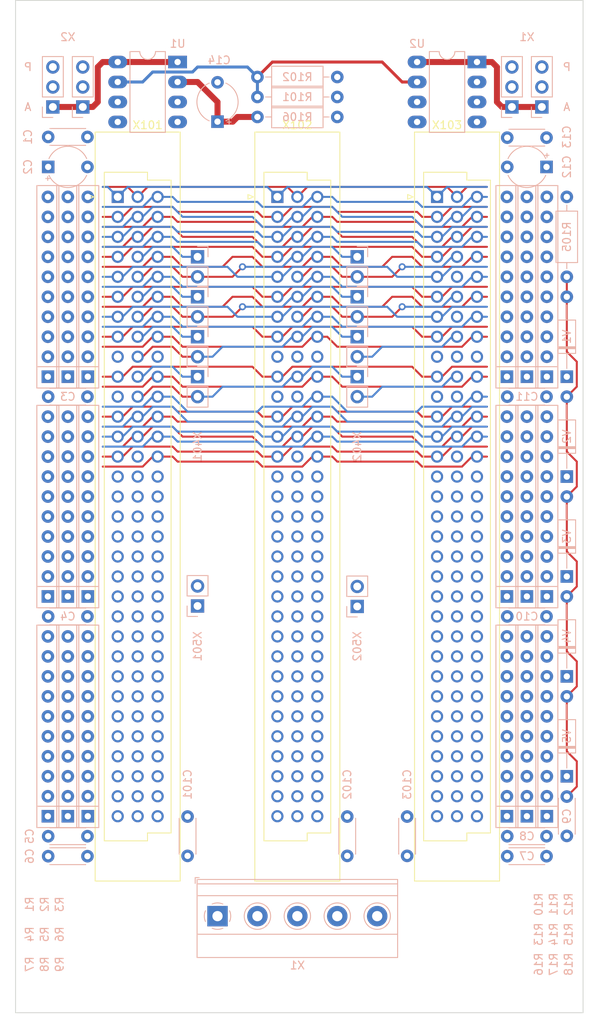
<source format=kicad_pcb>
(kicad_pcb (version 20211014) (generator pcbnew)
  (layers (0 "F.Cu" signal) (31 "B.Cu" signal) (34 "B.Paste" user) (35 "F.Paste" user) (36 "B.SilkS" user "B.Silkscreen") (37 "F.SilkS" user "F.Silkscreen") (38 "B.Mask" user) (39 "F.Mask" user) (44 "Edge.Cuts" user))
  (net 0 "")
  (net 1 "Net-(C1-Pad1)")
  (net 2 "GND")
  (net 3 "Net-(C10-Pad1)")
  (net 4 "Net-(R105-Pad2)")
  (net 5 "Net-(C14-Pad1)")
  (net 6 "+5V")
  (net 7 "Net-(R1-Pad1)")
  (net 80 "Net-(R10-Pad1)")
  (net 153 "Net-(R101-Pad2)")
  (net 154 "T_R")
  (net 158 "T_L")
  (net 162 "SYSCLK")
  (net 163 "~{DS1}")
  (net 164 "~{DS0}")
  (net 165 "~{AS}")
  (net 166 "+BATT")
  (net 167 "+12V")
  (net 168 "-12V")
  (net 169 "D0")
  (net 170 "D1")
  (net 171 "D2")
  (net 172 "D3")
  (net 173 "D4")
  (net 174 "D5")
  (net 175 "D6")
  (net 176 "D7")
  (net 177 "~{WRITE}")
  (net 178 "~{DTACK}")
  (net 179 "~{IACK}")
  (net 180 "~{IACKOUT_1}")
  (net 181 "AM")
  (net 182 "A7")
  (net 183 "A6")
  (net 184 "A5")
  (net 185 "A4")
  (net 186 "A3")
  (net 187 "A2")
  (net 188 "A1")
  (net 189 "~{BBSY}")
  (net 190 "~{BCLR}")
  (net 191 "~{ACFAIL}")
  (net 192 "Net-(X101-Padb4)")
  (net 193 "~{BG0OUT_1}")
  (net 194 "Net-(X101-Padb6)")
  (net 195 "~{BG1OUT_1}")
  (net 196 "Net-(X101-Padb8)")
  (net 197 "~{BG2OUT_1}")
  (net 198 "Net-(X101-Padb10)")
  (net 199 "~{BG3OUT_1}")
  (net 200 "~{BR0}")
  (net 201 "~{BR1}")
  (net 202 "~{BR2}")
  (net 203 "~{BR3}")
  (net 204 "AM0")
  (net 205 "AM1")
  (net 206 "AM2")
  (net 207 "AM3")
  (net 208 "SERCLK")
  (net 209 "~{SERDAT}")
  (net 210 "~{IRQ7}")
  (net 211 "~{IRQ6}")
  (net 212 "~{IRQ5}")
  (net 213 "~{IRQ4}")
  (net 214 "~{IRQ3}")
  (net 215 "~{IRQ2}")
  (net 216 "~{IRQ1}")
  (net 217 "D8")
  (net 218 "D9")
  (net 219 "D10")
  (net 220 "D11")
  (net 221 "D12")
  (net 222 "D13")
  (net 223 "D14")
  (net 224 "D15")
  (net 225 "~{SYSFAIL}")
  (net 226 "~{BERR}")
  (net 227 "~{SYSRESET}")
  (net 228 "~{LWORD}")
  (net 229 "AM5")
  (net 230 "A23")
  (net 231 "A22")
  (net 232 "A21")
  (net 233 "A20")
  (net 234 "A19")
  (net 235 "A18")
  (net 236 "A17")
  (net 237 "A16")
  (net 238 "A15")
  (net 239 "A14")
  (net 240 "A13")
  (net 241 "A12")
  (net 242 "A11")
  (net 243 "A10")
  (net 244 "A9")
  (net 245 "A8")
  (net 246 "~{IACKOUT_2}")
  (net 247 "~{BG0OUT_2}")
  (net 248 "~{BG1OUT_2}")
  (net 249 "~{BG2OUT_2}")
  (net 250 "~{BG3OUT_2}")
  (footprint "MountingHole:MountingHole_2.7mm_M2.5" (layer "F.Cu") (at 90.09 27.42)
    (fp_text reference "REF**" hide)
    (fp_text value "MountingHole_2.7mm_M2.5")
  )
  (footprint "COMET footprints:Connector_DIN41612_C_3x32_Female_Vertical_THT" (layer "F.Cu") (at 87.85 49.3)
    (fp_text reference "X103")
    (fp_text value "DIN41612_03x32_ABC_VMEbus")
  )
  (footprint "COMET footprints:Connector_DIN41612_C_3x32_Female_Vertical_THT" (layer "F.Cu") (at 67.53 49.3)
    (fp_text reference "X102")
    (fp_text value "DIN41612_03x32_ABC_VMEbus")
  )
  (footprint "MountingHole:MountingHole_2.7mm_M2.5" (layer "F.Cu") (at 49.45 149.92)
    (fp_text reference "REF**" hide)
    (fp_text value "MountingHole_2.7mm_M2.5")
  )
  (footprint "MountingHole:MountingHole_2.7mm_M2.5" (layer "F.Cu") (at 49.45 27.42)
    (fp_text reference "REF**" hide)
    (fp_text value "MountingHole_2.7mm_M2.5")
  )
  (footprint "MountingHole:MountingHole_2.7mm_M2.5" (layer "F.Cu") (at 90.09 149.92)
    (fp_text reference "REF**" hide)
    (fp_text value "MountingHole_2.7mm_M2.5")
  )
  (footprint "COMET footprints:Connector_DIN41612_C_3x32_Female_Vertical_THT" (layer "F.Cu") (at 47.21 49.3)
    (fp_text reference "X101")
    (fp_text value "DIN41612_03x32_ABC_VMEbus")
  )
  (footprint "MountingHole:MountingHole_2.7mm_M2.5" (layer "F.Cu") (at 69.77 149.92)
    (fp_text reference "REF**" hide)
    (fp_text value "MountingHole_2.7mm_M2.5")
  )
  (footprint "MountingHole:MountingHole_2.7mm_M2.5" (layer "F.Cu") (at 69.77 27.42)
    (fp_text reference "REF**" hide)
    (fp_text value "MountingHole_2.7mm_M2.5")
  )
  (footprint "Connector_PinHeader_2.54mm:PinHeader_1x02_P2.54mm_Vertical" (layer "B.Cu") (at 77.69 56.92 180)
    (fp_text reference "X402A1" hide)
    (fp_text value "Jumper_2_Open")
  )
  (footprint "Capacitor_THT:C_Disc_D4.3mm_W1.9mm_P5.00mm" (layer "B.Cu") (at 38.36 130.58)
    (fp_text reference "C5")
    (fp_text value "100nF")
  )
  (footprint "Capacitor_THT:C_Disc_D4.3mm_W1.9mm_P5.00mm" (layer "B.Cu") (at 104.36 125.54 -90)
    (fp_text reference "C9")
    (fp_text value "100nF")
  )
  (footprint "Resistor_THT:R_Array_SIP10" (layer "B.Cu") (at 96.74 72.16 90)
    (fp_text reference "R10")
    (fp_text value "330R/470R")
  )
  (footprint "Resistor_THT:R_Array_SIP10" (layer "B.Cu") (at 96.74 128.04 90)
    (fp_text reference "R16")
    (fp_text value "330R/470R")
  )
  (footprint "Connector_PinHeader_2.54mm:PinHeader_1x02_P2.54mm_Vertical" (layer "B.Cu") (at 57.37 72.16 180)
    (fp_text reference "X401D1" hide)
    (fp_text value "Jumper_2_Open")
  )
  (footprint "Capacitor_THT:C_Disc_D4.3mm_W1.9mm_P5.00mm" (layer "B.Cu") (at 101.78 41.77 180)
    (fp_text reference "C13")
    (fp_text value "100nF")
  )
  (footprint "Resistor_THT:R_Axial_DIN0207_L6.3mm_D2.5mm_P10.16mm_Horizontal" (layer "B.Cu") (at 64.99 39.14)
    (fp_text reference "R106")
    (fp_text value "0R")
  )
  (footprint "Capacitor_THT:C_Disc_D4.3mm_W1.9mm_P5.00mm" (layer "B.Cu") (at 38.36 74.7)
    (fp_text reference "C3")
    (fp_text value "100nF")
  )
  (footprint "Connector_PinHeader_2.54mm:PinHeader_1x03_P2.54mm_Vertical" (layer "B.Cu") (at 42.765 37.87)
    (fp_text reference "X2H1" hide)
    (fp_text value "HI_L")
  )
  (footprint "Resistor_THT:R_Array_SIP10" (layer "B.Cu") (at 43.4 128.04 90)
    (fp_text reference "R9")
    (fp_text value "330R/470R")
  )
  (footprint "Connector_PinHeader_2.54mm:PinHeader_1x03_P2.54mm_Vertical" (layer "B.Cu") (at 38.955 37.87)
    (fp_text reference "X2L1" hide)
    (fp_text value "LO_L")
  )
  (footprint "Connector_PinHeader_2.54mm:PinHeader_1x02_P2.54mm_Vertical" (layer "B.Cu") (at 77.69 67.08 180)
    (fp_text reference "X402C1" hide)
    (fp_text value "Jumper_2_Open")
  )
  (footprint "Connector_PinHeader_2.54mm:PinHeader_1x03_P2.54mm_Vertical" (layer "B.Cu") (at 101.185 37.87)
    (fp_text reference "X3H1" hide)
    (fp_text value "HI_R")
  )
  (footprint "Connector_PinHeader_2.54mm:PinHeader_1x02_P2.54mm_Vertical" (layer "B.Cu") (at 77.69 72.16 180)
    (fp_text reference "X402D1" hide)
    (fp_text value "Jumper_2_Open")
  )
  (footprint "Capacitor_THT:C_Disc_D4.3mm_W1.9mm_P5.00mm" (layer "B.Cu") (at 38.36 41.68)
    (fp_text reference "C1")
    (fp_text value "100nF")
  )
  (footprint "Connector_PinHeader_2.54mm:PinHeader_1x02_P2.54mm_Vertical" (layer "B.Cu") (at 57.37 101.31)
    (fp_text reference "X501")
    (fp_text value "Jumper_2_Open")
  )
  (footprint "Connector_PinHeader_2.54mm:PinHeader_1x02_P2.54mm_Vertical" (layer "B.Cu") (at 77.69 101.37)
    (fp_text reference "X502")
    (fp_text value "Jumper_2_Open")
  )
  (footprint "Capacitor_THT:C_Disc_D4.3mm_W1.9mm_P5.00mm" (layer "B.Cu") (at 101.78 133.12 180)
    (fp_text reference "C7")
    (fp_text value "100nF")
  )
  (footprint "Resistor_THT:R_Array_SIP10" (layer "B.Cu") (at 101.82 72.16 90)
    (fp_text reference "R12")
    (fp_text value "330R/470R")
  )
  (footprint "Diode_THT:D_DO-35_SOD27_P10.16mm_Horizontal" (layer "B.Cu") (at 104.36 110.26 90)
    (fp_text reference "V4")
    (fp_text value "BAT42")
  )
  (footprint "Capacitor_THT:C_Disc_D4.3mm_W1.9mm_P5.00mm" (layer "B.Cu") (at 56.1 128.08 -90)
    (fp_text reference "C101")
    (fp_text value "100nF")
  )
  (footprint "Resistor_THT:R_Array_SIP10" (layer "B.Cu") (at 43.4 72.16 90)
    (fp_text reference "R3")
    (fp_text value "330R/470R")
  )
  (footprint "Resistor_THT:R_Array_SIP10" (layer "B.Cu") (at 43.4 100.1 90)
    (fp_text reference "R6")
    (fp_text value "330R/470R")
  )
  (footprint "TerminalBlock_Phoenix:TerminalBlock_Phoenix_MKDS-1,5-5-5.08_1x05_P5.08mm_Horizontal" (layer "B.Cu") (at 59.91 140.74)
    (fp_text reference "X1")
    (fp_text value "Conn_01x05")
  )
  (footprint "Resistor_THT:R_Array_SIP10" (layer "B.Cu") (at 101.82 100.1 90)
    (fp_text reference "R15")
    (fp_text value "330R/470R")
  )
  (footprint "Resistor_THT:R_Array_SIP10" (layer "B.Cu") (at 96.74 100.1 90)
    (fp_text reference "R13")
    (fp_text value "330R/470R")
  )
  (footprint "Resistor_THT:R_Array_SIP10" (layer "B.Cu") (at 38.32 100.1 90)
    (fp_text reference "R4")
    (fp_text value "330R/470R")
  )
  (footprint "Capacitor_THT:C_Disc_D4.3mm_W1.9mm_P5.00mm" (layer "B.Cu") (at 101.78 74.7 180)
    (fp_text reference "C11")
    (fp_text value "100nF")
  )
  (footprint "Capacitor_THT:C_Disc_D4.3mm_W1.9mm_P5.00mm" (layer "B.Cu") (at 101.78 130.58 180)
    (fp_text reference "C8")
    (fp_text value "100nF")
  )
  (footprint "Connector_PinHeader_2.54mm:PinHeader_1x02_P2.54mm_Vertical" (layer "B.Cu") (at 57.37 67.08 180)
    (fp_text reference "X401C1" hide)
    (fp_text value "Jumper_2_Open")
  )
  (footprint "Capacitor_THT:CP_Radial_Tantal_D5.0mm_P5.00mm" (layer "B.Cu") (at 59.91 39.735 90)
    (fp_text reference "C14")
    (fp_text value "10uF")
  )
  (footprint "Capacitor_THT:CP_Radial_Tantal_D5.0mm_P5.00mm" (layer "B.Cu") (at 101.78 45.49 180)
    (fp_text reference "C12")
    (fp_text value "10uF")
  )
  (footprint "Diode_THT:D_DO-35_SOD27_P10.16mm_Horizontal" (layer "B.Cu") (at 104.36 84.86 90)
    (fp_text reference "V2")
    (fp_text value "BAT42")
  )
  (footprint "COMET footprints:Package_DIP-8" (layer "B.Cu") (at 51.02 35.965 180)
    (fp_text reference "U1")
    (fp_text value "TCA0372")
  )
  (footprint "Diode_THT:D_DO-35_SOD27_P10.16mm_Horizontal" (layer "B.Cu") (at 104.36 97.56 90)
    (fp_text reference "V3")
    (fp_text value "BAT42")
  )
  (footprint "Resistor_THT:R_Array_SIP10" (layer "B.Cu") (at 40.86 128.04 90)
    (fp_text reference "R8")
    (fp_text value "330R/470R")
  )
  (footprint "Capacitor_THT:C_Disc_D4.3mm_W1.9mm_P5.00mm" (layer "B.Cu") (at 76.42 128.08 -90)
    (fp_text reference "C102")
    (fp_text value "100nF")
  )
  (footprint "Resistor_THT:R_Array_SIP10" (layer "B.Cu") (at 99.28 72.16 90)
    (fp_text reference "R11")
    (fp_text value "330R/470R")
  )
  (footprint "Capacitor_THT:C_Disc_D4.3mm_W1.9mm_P5.00mm" (layer "B.Cu") (at 84.04 128.08 -90)
    (fp_text reference "C103")
    (fp_text value "100nF")
  )
  (footprint "Resistor_THT:R_Array_SIP10" (layer "B.Cu") (at 38.32 72.16 90)
    (fp_text reference "R1")
    (fp_text value "330R/470R")
  )
  (footprint "Connector_PinHeader_2.54mm:PinHeader_1x03_P2.54mm_Vertical" (layer "B.Cu") (at 97.375 37.87)
    (fp_text reference "X3L1" hide)
    (fp_text value "LO_R")
  )
  (footprint "Resistor_THT:R_Array_SIP10" (layer "B.Cu") (at 99.28 128.04 90)
    (fp_text reference "R17")
    (fp_text value "330R/470R")
  )
  (footprint "Resistor_THT:R_Array_SIP10" (layer "B.Cu") (at 101.82 128.04 90)
    (fp_text reference "R18")
    (fp_text value "330R/470R")
  )
  (footprint "Capacitor_THT:C_Disc_D4.3mm_W1.9mm_P5.00mm" (layer "B.Cu") (at 38.36 102.64)
    (fp_text reference "C4")
    (fp_text value "100nF")
  )
  (footprint "Resistor_THT:R_Axial_DIN0207_L6.3mm_D2.5mm_P10.16mm_Horizontal" (layer "B.Cu") (at 104.36 49.3 -90)
    (fp_text reference "R105")
    (fp_text value "220R")
  )
  (footprint "Capacitor_THT:C_Disc_D4.3mm_W1.9mm_P5.00mm" (layer "B.Cu") (at 38.36 133.12)
    (fp_text reference "C6")
    (fp_text value "100nF")
  )
  (footprint "Resistor_THT:R_Array_SIP10" (layer "B.Cu") (at 40.86 72.16 90)
    (fp_text reference "R2")
    (fp_text value "330R/470R")
  )
  (footprint "Resistor_THT:R_Axial_DIN0207_L6.3mm_D2.5mm_P10.16mm_Horizontal" (layer "B.Cu") (at 75.15 36.6 180)
    (fp_text reference "R101")
    (fp_text value "330R")
  )
  (footprint "Resistor_THT:R_Array_SIP10" (layer "B.Cu") (at 40.86 100.1 90)
    (fp_text reference "R5")
    (fp_text value "330R/470R")
  )
  (footprint "COMET footprints:Package_DIP-8" (layer "B.Cu") (at 89.12 35.965 180)
    (fp_text reference "U2")
    (fp_text value "TCA0372")
  )
  (footprint "Diode_THT:D_DO-35_SOD27_P10.16mm_Horizontal" (layer "B.Cu") (at 104.36 122.96 90)
    (fp_text reference "V5")
    (fp_text value "1N4148")
  )
  (footprint "Connector_PinHeader_2.54mm:PinHeader_1x02_P2.54mm_Vertical" (layer "B.Cu") (at 57.37 56.92 180)
    (fp_text reference "X401A1" hide)
    (fp_text value "Jumper_2_Open")
  )
  (footprint "Resistor_THT:R_Array_SIP10" (layer "B.Cu") (at 38.32 128.04 90)
    (fp_text reference "R7")
    (fp_text value "330R/470R")
  )
  (footprint "Diode_THT:D_DO-35_SOD27_P10.16mm_Horizontal" (layer "B.Cu") (at 104.36 72.16 90)
    (fp_text reference "V1")
    (fp_text value "BAT42")
  )
  (footprint "Connector_PinHeader_2.54mm:PinHeader_1x02_P2.54mm_Vertical" (layer "B.Cu") (at 77.69 62 180)
    (fp_text reference "X402B1" hide)
    (fp_text value "Jumper_2_Open")
  )
  (footprint "Connector_PinHeader_2.54mm:PinHeader_1x02_P2.54mm_Vertical" (layer "B.Cu") (at 57.37 62 180)
    (fp_text reference "X401B1" hide)
    (fp_text value "Jumper_2_Open")
  )
  (footprint "Resistor_THT:R_Axial_DIN0207_L6.3mm_D2.5mm_P10.16mm_Horizontal" (layer "B.Cu") (at 64.99 34.06)
    (fp_text reference "R102")
    (fp_text value "470R")
  )
  (footprint "Resistor_THT:R_Array_SIP10" (layer "B.Cu") (at 99.28 100.1 90)
    (fp_text reference "R14")
    (fp_text value "330R/470R")
  )
  (footprint "Capacitor_THT:C_Disc_D4.3mm_W1.9mm_P5.00mm" (layer "B.Cu") (at 101.78 102.64 180)
    (fp_text reference "C10")
    (fp_text value "100nF")
  )
  (footprint "Capacitor_THT:CP_Radial_Tantal_D5.0mm_P5.00mm" (layer "B.Cu") (at 38.36 45.49)
    (fp_text reference "C2")
    (fp_text value "10uF")
  )
  (gr_line (start 34.21 24.32) (end 106.43 24.32) (layer "Edge.Cuts") (width 0.1))
  (gr_line (start 34.21 24.32) (end 34.21 153.02) (layer "Edge.Cuts") (width 0.1))
  (gr_line (start 106.43 24.32) (end 106.43 153.02) (layer "Edge.Cuts") (width 0.1))
  (gr_line (start 34.21 153.02) (end 106.43 153.02) (layer "Edge.Cuts") (width 0.1))
  (gr_text "A" (at 35.78 37.87) (layer "B.SilkS") (effects (font (size 1 1)) (justify mirror)))
  (gr_text "X2" (at 40.86 28.98) (layer "B.SilkS") (effects (font (size 1 1)) (justify mirror)))
  (gr_text "P" (at 35.78 32.79) (layer "B.SilkS") (effects (font (size 1 1)) (justify mirror)))
  (gr_text "X402" (at 77.69 81.05 90) (layer "B.SilkS") (effects (font (size 1 1)) (justify mirror)))
  (gr_text "A" (at 104.36 37.87) (layer "B.SilkS") (effects (font (size 1 1)) (justify mirror)))
  (gr_text "X1" (at 99.28 28.98) (layer "B.SilkS") (effects (font (size 1 1)) (justify mirror)))
  (gr_text "P" (at 104.36 32.79) (layer "B.SilkS") (effects (font (size 1 1)) (justify mirror)))
  (gr_text "X401" (at 57.37 81.05 90) (layer "B.SilkS") (effects (font (size 1 1)) (justify mirror)))
  (segment (start 105.63 111.53) (end 104.36 112.8) (width 0.254) (layer "F.Cu") (net 4))
  (segment (start 104.36 74.7) (end 104.36 81.685) (width 0.254) (layer "F.Cu") (net 4))
  (segment (start 105.63 95.655) (end 105.63 98.83) (width 0.254) (layer "F.Cu") (net 4))
  (segment (start 104.36 62) (end 104.36 68.985) (width 0.254) (layer "F.Cu") (net 4))
  (segment (start 104.36 107.085) (end 105.63 108.355) (width 0.254) (layer "F.Cu") (net 4))
  (segment (start 104.36 94.385) (end 105.63 95.655) (width 0.254) (layer "F.Cu") (net 4))
  (segment (start 105.63 124.27) (end 104.36 125.54) (width 0.254) (layer "F.Cu") (net 4))
  (segment (start 104.36 100.1) (end 104.36 107.085) (width 0.254) (layer "F.Cu") (net 4))
  (segment (start 105.63 121.055) (end 105.63 124.27) (width 0.254) (layer "F.Cu") (net 4))
  (segment (start 105.63 108.355) (end 105.63 111.53) (width 0.254) (layer "F.Cu") (net 4))
  (segment (start 105.63 98.83) (end 104.36 100.1) (width 0.254) (layer "F.Cu") (net 4))
  (segment (start 104.36 68.985) (end 105.63 70.255) (width 0.254) (layer "F.Cu") (net 4))
  (segment (start 104.36 87.4) (end 104.36 94.385) (width 0.254) (layer "F.Cu") (net 4))
  (segment (start 105.63 73.43) (end 104.36 74.7) (width 0.254) (layer "F.Cu") (net 4))
  (segment (start 105.63 86.13) (end 104.36 87.4) (width 0.254) (layer "F.Cu") (net 4))
  (segment (start 104.36 119.785) (end 105.63 121.055) (width 0.254) (layer "F.Cu") (net 4))
  (segment (start 105.63 70.255) (end 105.63 73.43) (width 0.254) (layer "F.Cu") (net 4))
  (segment (start 104.36 112.8) (end 104.36 119.785) (width 0.254) (layer "F.Cu") (net 4))
  (segment (start 104.36 81.685) (end 105.63 82.955) (width 0.254) (layer "F.Cu") (net 4))
  (segment (start 104.36 59.46) (end 104.36 62) (width 0.254) (layer "F.Cu") (net 4))
  (segment (start 105.63 82.955) (end 105.63 86.13) (width 0.254) (layer "F.Cu") (net 4))
  (segment (start 59.91 39.735) (end 61.855 39.735) (width 0.762) (layer "F.Cu") (net 5))
  (segment (start 59.91 37.235) (end 59.91 39.735) (width 0.762) (layer "F.Cu") (net 5))
  (segment (start 61.855 39.735) (end 62.45 39.14) (width 0.762) (layer "F.Cu") (net 5))
  (segment (start 62.45 39.14) (end 64.99 39.14) (width 0.762) (layer "F.Cu") (net 5))
  (segment (start 57.37 34.695) (end 59.91 37.235) (width 0.762) (layer "F.Cu") (net 5))
  (segment (start 54.83 34.695) (end 57.37 34.695) (width 0.762) (layer "F.Cu") (net 5))
  (segment (start 66.895 32.155) (end 80.865 32.155) (width 0.381) (layer "F.Cu") (net 153))
  (segment (start 83.405 34.695) (end 85.31 34.695) (width 0.381) (layer "F.Cu") (net 153))
  (segment (start 64.99 34.06) (end 66.895 32.155) (width 0.381) (layer "F.Cu") (net 153))
  (segment (start 80.865 32.155) (end 83.405 34.695) (width 0.381) (layer "F.Cu") (net 153))
  (segment (start 51.655 33.425) (end 50.385 34.695) (width 0.381) (layer "B.Cu") (net 153))
  (segment (start 64.99 34.06) (end 63.72 32.79) (width 0.381) (layer "B.Cu") (net 153))
  (segment (start 56.735 33.425) (end 51.655 33.425) (width 0.381) (layer "B.Cu") (net 153))
  (segment (start 57.37 32.79) (end 56.735 33.425) (width 0.381) (layer "B.Cu") (net 153))
  (segment (start 63.72 32.79) (end 57.37 32.79) (width 0.381) (layer "B.Cu") (net 153))
  (segment (start 50.385 34.695) (end 47.21 34.695) (width 0.381) (layer "B.Cu") (net 153))
  (segment (start 64.99 36.6) (end 64.99 34.06) (width 0.381) (layer "B.Cu") (net 153))
  (segment (start 95.47 32.79) (end 95.47 37.235) (width 0.762) (layer "F.Cu") (net 154))
  (segment (start 96.105 37.87) (end 97.375 37.87) (width 0.762) (layer "F.Cu") (net 154))
  (segment (start 95.47 37.235) (end 96.105 37.87) (width 0.762) (layer "F.Cu") (net 154))
  (segment (start 85.31 32.155) (end 92.93 32.155) (width 0.762) (layer "F.Cu") (net 154))
  (segment (start 97.375 37.87) (end 101.185 37.87) (width 0.762) (layer "F.Cu") (net 154))
  (segment (start 94.835 32.155) (end 95.47 32.79) (width 0.762) (layer "F.Cu") (net 154))
  (segment (start 92.93 32.155) (end 94.835 32.155) (width 0.762) (layer "F.Cu") (net 154))
  (segment (start 47.21 32.155) (end 45.305 32.155) (width 0.762) (layer "F.Cu") (net 158))
  (segment (start 45.305 32.155) (end 44.67 32.79) (width 0.762) (layer "F.Cu") (net 158))
  (segment (start 44.67 32.79) (end 44.67 37.235) (width 0.762) (layer "F.Cu") (net 158))
  (segment (start 44.67 37.235) (end 44.035 37.87) (width 0.762) (layer "F.Cu") (net 158))
  (segment (start 54.83 32.155) (end 47.21 32.155) (width 0.762) (layer "F.Cu") (net 158))
  (segment (start 44.035 37.87) (end 42.765 37.87) (width 0.762) (layer "F.Cu") (net 158))
  (segment (start 42.765 37.87) (end 38.955 37.87) (width 0.762) (layer "F.Cu") (net 158))
  (segment (start 47.21 72.16) (end 47.845 72.16) (width 0.254) (layer "F.Cu") (net 162))
  (segment (start 47.21 72.16) (end 45.305 72.16) (width 0.254) (layer "F.Cu") (net 162))
  (segment (start 64.355 70.89) (end 65.625 72.16) (width 0.254) (layer "F.Cu") (net 162))
  (segment (start 69.435 70.89) (end 84.675 70.89) (width 0.254) (layer "F.Cu") (net 162))
  (segment (start 68.165 72.16) (end 69.435 70.89) (width 0.254) (layer "F.Cu") (net 162))
  (segment (start 47.845 72.16) (end 49.115 70.89) (width 0.254) (layer "F.Cu") (net 162))
  (segment (start 85.945 72.16) (end 87.85 72.16) (width 0.254) (layer "F.Cu") (net 162))
  (segment (start 87.85 72.16) (end 88.485 72.16) (width 0.254) (layer "F.Cu") (net 162))
  (segment (start 67.53 72.16) (end 68.165 72.16) (width 0.254) (layer "F.Cu") (net 162))
  (segment (start 49.115 70.89) (end 64.355 70.89) (width 0.254) (layer "F.Cu") (net 162))
  (segment (start 89.755 70.89) (end 94.2 70.89) (width 0.254) (layer "F.Cu") (net 162))
  (segment (start 84.675 70.89) (end 85.945 72.16) (width 0.254) (layer "F.Cu") (net 162))
  (segment (start 88.485 72.16) (end 89.755 70.89) (width 0.254) (layer "F.Cu") (net 162))
  (segment (start 65.625 72.16) (end 67.53 72.16) (width 0.254) (layer "F.Cu") (net 162))
  (segment (start 69.435 75.97) (end 74.515 75.97) (width 0.254) (layer "F.Cu") (net 163))
  (segment (start 47.845 77.24) (end 49.115 75.97) (width 0.254) (layer "F.Cu") (net 163))
  (segment (start 64.99 76.605) (end 65.625 77.24) (width 0.254) (layer "F.Cu") (net 163))
  (segment (start 88.485 77.24) (end 89.755 75.97) (width 0.254) (layer "F.Cu") (net 163))
  (segment (start 54.195 75.97) (end 54.83 76.605) (width 0.254) (layer "F.Cu") (net 163))
  (segment (start 87.85 77.24) (end 88.485 77.24) (width 0.254) (layer "F.Cu") (net 163))
  (segment (start 85.31 76.605) (end 85.945 77.24) (width 0.254) (layer "F.Cu") (net 163))
  (segment (start 47.21 77.24) (end 45.305 77.24) (width 0.254) (layer "F.Cu") (net 163))
  (segment (start 75.15 76.605) (end 85.31 76.605) (width 0.254) (layer "F.Cu") (net 163))
  (segment (start 49.115 75.97) (end 54.195 75.97) (width 0.254) (layer "F.Cu") (net 163))
  (segment (start 85.945 77.24) (end 87.85 77.24) (width 0.254) (layer "F.Cu") (net 163))
  (segment (start 68.165 77.24) (end 69.435 75.97) (width 0.254) (layer "F.Cu") (net 163))
  (segment (start 74.515 75.97) (end 75.15 76.605) (width 0.254) (layer "F.Cu") (net 163))
  (segment (start 67.53 77.24) (end 68.165 77.24) (width 0.254) (layer "F.Cu") (net 163))
  (segment (start 89.755 75.97) (end 94.2 75.97) (width 0.254) (layer "F.Cu") (net 163))
  (segment (start 47.21 77.24) (end 47.845 77.24) (width 0.254) (layer "F.Cu") (net 163))
  (segment (start 54.83 76.605) (end 64.99 76.605) (width 0.254) (layer "F.Cu") (net 163))
  (segment (start 65.625 77.24) (end 67.53 77.24) (width 0.254) (layer "F.Cu") (net 163))
  (segment (start 65.625 79.78) (end 67.53 79.78) (width 0.254) (layer "B.Cu") (net 164))
  (segment (start 74.515 78.51) (end 75.15 79.145) (width 0.254) (layer "B.Cu") (net 164))
  (segment (start 69.435 78.51) (end 74.515 78.51) (width 0.254) (layer "B.Cu") (net 164))
  (segment (start 85.945 79.78) (end 87.85 79.78) (width 0.254) (layer "B.Cu") (net 164))
  (segment (start 54.195 78.51) (end 54.83 79.145) (width 0.254) (layer "B.Cu") (net 164))
  (segment (start 89.755 78.51) (end 94.2 78.51) (width 0.254) (layer "B.Cu") (net 164))
  (segment (start 49.115 78.51) (end 54.195 78.51) (width 0.254) (layer "B.Cu") (net 164))
  (segment (start 47.21 79.78) (end 45.305 79.78) (width 0.254) (layer "B.Cu") (net 164))
  (segment (start 47.845 79.78) (end 49.115 78.51) (width 0.254) (layer "B.Cu") (net 164))
  (segment (start 85.31 79.145) (end 85.945 79.78) (width 0.254) (layer "B.Cu") (net 164))
  (segment (start 47.21 79.78) (end 47.845 79.78) (width 0.254) (layer "B.Cu") (net 164))
  (segment (start 87.85 79.78) (end 88.485 79.78) (width 0.254) (layer "B.Cu") (net 164))
  (segment (start 75.15 79.145) (end 85.31 79.145) (width 0.254) (layer "B.Cu") (net 164))
  (segment (start 67.53 79.78) (end 68.165 79.78) (width 0.254) (layer "B.Cu") (net 164))
  (segment (start 54.83 79.145) (end 64.99 79.145) (width 0.254) (layer "B.Cu") (net 164))
  (segment (start 68.165 79.78) (end 69.435 78.51) (width 0.254) (layer "B.Cu") (net 164))
  (segment (start 88.485 79.78) (end 89.755 78.51) (width 0.254) (layer "B.Cu") (net 164))
  (segment (start 64.99 79.145) (end 65.625 79.78) (width 0.254) (layer "B.Cu") (net 164))
  (segment (start 67.53 49.3) (end 68.8 48.03) (width 0.254) (layer "B.Cu") (net 169))
  (segment (start 47.21 49.3) (end 45.94 48.03) (width 0.254) (layer "B.Cu") (net 169))
  (segment (start 86.58 48.03) (end 87.85 49.3) (width 0.254) (layer "B.Cu") (net 169))
  (segment (start 47.21 49.3) (end 48.48 48.03) (width 0.254) (layer "B.Cu") (net 169))
  (segment (start 87.85 49.3) (end 89.12 48.03) (width 0.254) (layer "B.Cu") (net 169))
  (segment (start 66.26 48.03) (end 67.53 49.3) (width 0.254) (layer "B.Cu") (net 169))
  (segment (start 45.94 48.03) (end 45.305 48.03) (width 0.254) (layer "B.Cu") (net 169))
  (segment (start 89.12 48.03) (end 94.2 48.03) (width 0.254) (layer "B.Cu") (net 169))
  (segment (start 48.48 48.03) (end 66.26 48.03) (width 0.254) (layer "B.Cu") (net 169))
  (segment (start 68.8 48.03) (end 86.58 48.03) (width 0.254) (layer "B.Cu") (net 169))
  (segment (start 68.165 51.84) (end 69.435 50.57) (width 0.254) (layer "F.Cu") (net 170))
  (segment (start 47.845 51.84) (end 49.115 50.57) (width 0.254) (layer "F.Cu") (net 170))
  (segment (start 47.21 51.84) (end 45.305 51.84) (width 0.254) (layer "F.Cu") (net 170))
  (segment (start 88.485 51.84) (end 89.755 50.57) (width 0.254) (layer "F.Cu") (net 170))
  (segment (start 67.53 51.84) (end 68.165 51.84) (width 0.254) (layer "F.Cu") (net 170))
  (segment (start 49.115 50.57) (end 54.195 50.57) (width 0.254) (layer "F.Cu") (net 170))
  (segment (start 54.83 51.205) (end 64.99 51.205) (width 0.254) (layer "F.Cu") (net 170))
  (segment (start 89.755 50.57) (end 94.2 50.57) (width 0.254) (layer "F.Cu") (net 170))
  (segment (start 87.85 51.84) (end 88.485 51.84) (width 0.254) (layer "F.Cu") (net 170))
  (segment (start 65.625 51.84) (end 67.53 51.84) (width 0.254) (layer "F.Cu") (net 170))
  (segment (start 64.99 51.205) (end 65.625 51.84) (width 0.254) (layer "F.Cu") (net 170))
  (segment (start 69.435 50.57) (end 74.515 50.57) (width 0.254) (layer "F.Cu") (net 170))
  (segment (start 75.15 51.205) (end 85.31 51.205) (width 0.254) (layer "F.Cu") (net 170))
  (segment (start 47.21 51.84) (end 47.845 51.84) (width 0.254) (layer "F.Cu") (net 170))
  (segment (start 85.31 51.205) (end 85.945 51.84) (width 0.254) (layer "F.Cu") (net 170))
  (segment (start 74.515 50.57) (end 75.15 51.205) (width 0.254) (layer "F.Cu") (net 170))
  (segment (start 85.945 51.84) (end 87.85 51.84) (width 0.254) (layer "F.Cu") (net 170))
  (segment (start 54.195 50.57) (end 54.83 51.205) (width 0.254) (layer "F.Cu") (net 170))
  (segment (start 54.195 53.11) (end 54.83 53.745) (width 0.254) (layer "B.Cu") (net 171))
  (segment (start 47.21 54.38) (end 45.305 54.38) (width 0.254) (layer "B.Cu") (net 171))
  (segment (start 85.945 54.38) (end 87.85 54.38) (width 0.254) (layer "B.Cu") (net 171))
  (segment (start 85.31 53.745) (end 85.945 54.38) (width 0.254) (layer "B.Cu") (net 171))
  (segment (start 87.85 54.38) (end 88.485 54.38) (width 0.254) (layer "B.Cu") (net 171))
  (segment (start 65.625 54.38) (end 67.53 54.38) (width 0.254) (layer "B.Cu") (net 171))
  (segment (start 74.515 53.11) (end 75.15 53.745) (width 0.254) (layer "B.Cu") (net 171))
  (segment (start 88.485 54.38) (end 89.755 53.11) (width 0.254) (layer "B.Cu") (net 171))
  (segment (start 68.165 54.38) (end 69.435 53.11) (width 0.254) (layer "B.Cu") (net 171))
  (segment (start 47.21 54.38) (end 47.845 54.38) (width 0.254) (layer "B.Cu") (net 171))
  (segment (start 89.755 53.11) (end 94.2 53.11) (width 0.254) (layer "B.Cu") (net 171))
  (segment (start 49.115 53.11) (end 54.195 53.11) (width 0.254) (layer "B.Cu") (net 171))
  (segment (start 54.83 53.745) (end 64.99 53.745) (width 0.254) (layer "B.Cu") (net 171))
  (segment (start 67.53 54.38) (end 68.165 54.38) (width 0.254) (layer "B.Cu") (net 171))
  (segment (start 75.15 53.745) (end 85.31 53.745) (width 0.254) (layer "B.Cu") (net 171))
  (segment (start 64.99 53.745) (end 65.625 54.38) (width 0.254) (layer "B.Cu") (net 171))
  (segment (start 47.845 54.38) (end 49.115 53.11) (width 0.254) (layer "B.Cu") (net 171))
  (segment (start 69.435 53.11) (end 74.515 53.11) (width 0.254) (layer "B.Cu") (net 171))
  (segment (start 85.945 56.92) (end 87.85 56.92) (width 0.254) (layer "F.Cu") (net 172))
  (segment (start 69.435 55.65) (end 84.675 55.65) (width 0.254) (layer "F.Cu") (net 172))
  (segment (start 67.53 56.92) (end 68.165 56.92) (width 0.254) (layer "F.Cu") (net 172))
  (segment (start 89.755 55.65) (end 94.2 55.65) (width 0.254) (layer "F.Cu") (net 172))
  (segment (start 47.21 56.92) (end 45.305 56.92) (width 0.254) (layer "F.Cu") (net 172))
  (segment (start 65.625 56.92) (end 67.53 56.92) (width 0.254) (layer "F.Cu") (net 172))
  (segment (start 84.675 55.65) (end 85.945 56.92) (width 0.254) (layer "F.Cu") (net 172))
  (segment (start 47.21 56.92) (end 47.845 56.92) (width 0.254) (layer "F.Cu") (net 172))
  (segment (start 87.85 56.92) (end 88.485 56.92) (width 0.254) (layer "F.Cu") (net 172))
  (segment (start 49.115 55.65) (end 64.355 55.65) (width 0.254) (layer "F.Cu") (net 172))
  (segment (start 88.485 56.92) (end 89.755 55.65) (width 0.254) (layer "F.Cu") (net 172))
  (segment (start 47.845 56.92) (end 49.115 55.65) (width 0.254) (layer "F.Cu") (net 172))
  (segment (start 64.355 55.65) (end 65.625 56.92) (width 0.254) (layer "F.Cu") (net 172))
  (segment (start 68.165 56.92) (end 69.435 55.65) (width 0.254) (layer "F.Cu") (net 172))
  (segment (start 82.77 59.46) (end 87.85 59.46) (width 0.254) (layer "B.Cu") (net 173))
  (segment (start 47.21 59.46) (end 45.305 59.46) (width 0.254) (layer "B.Cu") (net 173))
  (segment (start 47.21 59.46) (end 47.845 59.46) (width 0.254) (layer "B.Cu") (net 173))
  (segment (start 69.435 58.19) (end 81.5 58.19) (width 0.254) (layer "B.Cu") (net 173))
  (segment (start 47.845 59.46) (end 49.115 58.19) (width 0.254) (layer "B.Cu") (net 173))
  (segment (start 89.755 58.19) (end 94.2 58.19) (width 0.254) (layer "B.Cu") (net 173))
  (segment (start 87.85 59.46) (end 88.485 59.46) (width 0.254) (layer "B.Cu") (net 173))
  (segment (start 88.485 59.46) (end 89.755 58.19) (width 0.254) (layer "B.Cu") (net 173))
  (segment (start 68.165 59.46) (end 69.435 58.19) (width 0.254) (layer "B.Cu") (net 173))
  (segment (start 67.53 59.46) (end 68.165 59.46) (width 0.254) (layer "B.Cu") (net 173))
  (segment (start 81.5 58.19) (end 82.77 59.46) (width 0.254) (layer "B.Cu") (net 173))
  (segment (start 62.45 59.46) (end 67.53 59.46) (width 0.254) (layer "B.Cu") (net 173))
  (segment (start 49.115 58.19) (end 61.18 58.19) (width 0.254) (layer "B.Cu") (net 173))
  (segment (start 61.18 58.19) (end 62.45 59.46) (width 0.254) (layer "B.Cu") (net 173))
  (segment (start 49.115 60.73) (end 64.355 60.73) (width 0.254) (layer "F.Cu") (net 174))
  (segment (start 87.85 62) (end 88.485 62) (width 0.254) (layer "F.Cu") (net 174))
  (segment (start 89.755 60.73) (end 94.2 60.73) (width 0.254) (layer "F.Cu") (net 174))
  (segment (start 47.21 62) (end 45.305 62) (width 0.254) (layer "F.Cu") (net 174))
  (segment (start 67.53 62) (end 68.165 62) (width 0.254) (layer "F.Cu") (net 174))
  (segment (start 64.355 60.73) (end 65.625 62) (width 0.254) (layer "F.Cu") (net 174))
  (segment (start 88.485 62) (end 89.755 60.73) (width 0.254) (layer "F.Cu") (net 174))
  (segment (start 47.845 62) (end 49.115 60.73) (width 0.254) (layer "F.Cu") (net 174))
  (segment (start 84.675 60.73) (end 85.945 62) (width 0.254) (layer "F.Cu") (net 174))
  (segment (start 65.625 62) (end 67.53 62) (width 0.254) (layer "F.Cu") (net 174))
  (segment (start 69.435 60.73) (end 84.675 60.73) (width 0.254) (layer "F.Cu") (net 174))
  (segment (start 47.21 62) (end 47.845 62) (width 0.254) (layer "F.Cu") (net 174))
  (segment (start 68.165 62) (end 69.435 60.73) (width 0.254) (layer "F.Cu") (net 174))
  (segment (start 85.945 62) (end 87.85 62) (width 0.254) (layer "F.Cu") (net 174))
  (segment (start 47.21 64.54) (end 47.845 64.54) (width 0.254) (layer "B.Cu") (net 175))
  (segment (start 69.435 63.27) (end 81.5 63.27) (width 0.254) (layer "B.Cu") (net 175))
  (segment (start 88.485 64.54) (end 89.755 63.27) (width 0.254) (layer "B.Cu") (net 175))
  (segment (start 49.115 63.27) (end 61.18 63.27) (width 0.254) (layer "B.Cu") (net 175))
  (segment (start 81.5 63.27) (end 82.77 64.54) (width 0.254) (layer "B.Cu") (net 175))
  (segment (start 67.53 64.54) (end 68.165 64.54) (width 0.254) (layer "B.Cu") (net 175))
  (segment (start 89.755 63.27) (end 94.2 63.27) (width 0.254) (layer "B.Cu") (net 175))
  (segment (start 87.85 64.54) (end 88.485 64.54) (width 0.254) (layer "B.Cu") (net 175))
  (segment (start 47.21 64.54) (end 45.305 64.54) (width 0.254) (layer "B.Cu") (net 175))
  (segment (start 68.165 64.54) (end 69.435 63.27) (width 0.254) (layer "B.Cu") (net 175))
  (segment (start 62.45 64.54) (end 67.53 64.54) (width 0.254) (layer "B.Cu") (net 175))
  (segment (start 82.77 64.54) (end 87.85 64.54) (width 0.254) (layer "B.Cu") (net 175))
  (segment (start 61.18 63.27) (end 62.45 64.54) (width 0.254) (layer "B.Cu") (net 175))
  (segment (start 47.845 64.54) (end 49.115 63.27) (width 0.254) (layer "B.Cu") (net 175))
  (segment (start 64.355 65.81) (end 65.625 67.08) (width 0.254) (layer "F.Cu") (net 176))
  (segment (start 49.115 65.81) (end 64.355 65.81) (width 0.254) (layer "F.Cu") (net 176))
  (segment (start 65.625 67.08) (end 67.53 67.08) (width 0.254) (layer "F.Cu") (net 176))
  (segment (start 68.165 67.08) (end 69.435 65.81) (width 0.254) (layer "F.Cu") (net 176))
  (segment (start 88.485 67.08) (end 89.755 65.81) (width 0.254) (layer "F.Cu") (net 176))
  (segment (start 47.21 67.08) (end 45.305 67.08) (width 0.254) (layer "F.Cu") (net 176))
  (segment (start 84.675 65.81) (end 85.945 67.08) (width 0.254) (layer "F.Cu") (net 176))
  (segment (start 89.755 65.81) (end 94.2 65.81) (width 0.254) (layer "F.Cu") (net 176))
  (segment (start 47.845 67.08) (end 49.115 65.81) (width 0.254) (layer "F.Cu") (net 176))
  (segment (start 69.435 65.81) (end 84.675 65.81) (width 0.254) (layer "F.Cu") (net 176))
  (segment (start 87.85 67.08) (end 88.485 67.08) (width 0.254) (layer "F.Cu") (net 176))
  (segment (start 67.53 67.08) (end 68.165 67.08) (width 0.254) (layer "F.Cu") (net 176))
  (segment (start 85.945 67.08) (end 87.85 67.08) (width 0.254) (layer "F.Cu") (net 176))
  (segment (start 47.21 67.08) (end 47.845 67.08) (width 0.254) (layer "F.Cu") (net 176))
  (segment (start 68.165 82.32) (end 69.435 81.05) (width 0.254) (layer "F.Cu") (net 177))
  (segment (start 49.115 81.05) (end 54.195 81.05) (width 0.254) (layer "F.Cu") (net 177))
  (segment (start 85.31 81.685) (end 85.945 82.32) (width 0.254) (layer "F.Cu") (net 177))
  (segment (start 64.99 81.685) (end 65.625 82.32) (width 0.254) (layer "F.Cu") (net 177))
  (segment (start 89.755 81.05) (end 94.2 81.05) (width 0.254) (layer "F.Cu") (net 177))
  (segment (start 87.85 82.32) (end 88.485 82.32) (width 0.254) (layer "F.Cu") (net 177))
  (segment (start 67.53 82.32) (end 68.165 82.32) (width 0.254) (layer "F.Cu") (net 177))
  (segment (start 85.945 82.32) (end 87.85 82.32) (width 0.254) (layer "F.Cu") (net 177))
  (segment (start 54.195 81.05) (end 54.83 81.685) (width 0.254) (layer "F.Cu") (net 177))
  (segment (start 47.21 82.32) (end 45.305 82.32) (width 0.254) (layer "F.Cu") (net 177))
  (segment (start 75.15 81.685) (end 85.31 81.685) (width 0.254) (layer "F.Cu") (net 177))
  (segment (start 74.515 81.05) (end 75.15 81.685) (width 0.254) (layer "F.Cu") (net 177))
  (segment (start 69.435 81.05) (end 74.515 81.05) (width 0.254) (layer "F.Cu") (net 177))
  (segment (start 47.21 82.32) (end 47.845 82.32) (width 0.254) (layer "F.Cu") (net 177))
  (segment (start 88.485 82.32) (end 89.755 81.05) (width 0.254) (layer "F.Cu") (net 177))
  (segment (start 47.845 82.32) (end 49.115 81.05) (width 0.254) (layer "F.Cu") (net 177))
  (segment (start 54.83 81.685) (end 64.99 81.685) (width 0.254) (layer "F.Cu") (net 177))
  (segment (start 65.625 82.32) (end 67.53 82.32) (width 0.254) (layer "F.Cu") (net 177))
  (segment (start 89.12 48.03) (end 90.39 49.3) (width 0.254) (layer "F.Cu") (net 189))
  (segment (start 70.07 49.3) (end 71.34 48.03) (width 0.254) (layer "F.Cu") (net 189))
  (segment (start 91.66 48.03) (end 94.2 48.03) (width 0.254) (layer "F.Cu") (net 189))
  (segment (start 71.34 48.03) (end 89.12 48.03) (width 0.254) (layer "F.Cu") (net 189))
  (segment (start 90.39 49.3) (end 91.66 48.03) (width 0.254) (layer "F.Cu") (net 189))
  (segment (start 49.75 49.3) (end 48.48 48.03) (width 0.254) (layer "F.Cu") (net 189))
  (segment (start 48.48 48.03) (end 45.305 48.03) (width 0.254) (layer "F.Cu") (net 189))
  (segment (start 68.8 48.03) (end 70.07 49.3) (width 0.254) (layer "F.Cu") (net 189))
  (segment (start 51.02 48.03) (end 68.8 48.03) (width 0.254) (layer "F.Cu") (net 189))
  (segment (start 49.75 49.3) (end 51.02 48.03) (width 0.254) (layer "F.Cu") (net 189))
  (segment (start 75.785 51.84) (end 84.675 51.84) (width 0.254) (layer "B.Cu") (net 190))
  (segment (start 71.975 50.57) (end 74.515 50.57) (width 0.254) (layer "B.Cu") (net 190))
  (segment (start 49.115 51.84) (end 47.845 53.11) (width 0.254) (layer "B.Cu") (net 190))
  (segment (start 70.07 51.84) (end 70.705 51.84) (width 0.254) (layer "B.Cu") (net 190))
  (segment (start 70.07 51.84) (end 69.435 51.84) (width 0.254) (layer "B.Cu") (net 190))
  (segment (start 84.675 51.84) (end 85.945 53.11) (width 0.254) (layer "B.Cu") (net 190))
  (segment (start 68.165 53.11) (end 65.625 53.11) (width 0.254) (layer "B.Cu") (net 190))
  (segment (start 55.465 51.84) (end 54.195 50.57) (width 0.254) (layer "B.Cu") (net 190))
  (segment (start 47.845 53.11) (end 45.305 53.11) (width 0.254) (layer "B.Cu") (net 190))
  (segment (start 92.295 50.57) (end 94.2 50.57) (width 0.254) (layer "B.Cu") (net 190))
  (segment (start 74.515 50.57) (end 75.785 51.84) (width 0.254) (layer "B.Cu") (net 190))
  (segment (start 90.39 51.84) (end 91.025 51.84) (width 0.254) (layer "B.Cu") (net 190))
  (segment (start 85.945 53.11) (end 88.485 53.11) (width 0.254) (layer "B.Cu") (net 190))
  (segment (start 88.485 53.11) (end 89.755 51.84) (width 0.254) (layer "B.Cu") (net 190))
  (segment (start 51.655 50.57) (end 50.385 51.84) (width 0.254) (layer "B.Cu") (net 190))
  (segment (start 49.75 51.84) (end 49.115 51.84) (width 0.254) (layer "B.Cu") (net 190))
  (segment (start 91.025 51.84) (end 92.295 50.57) (width 0.254) (layer "B.Cu") (net 190))
  (segment (start 65.625 53.11) (end 64.355 51.84) (width 0.254) (layer "B.Cu") (net 190))
  (segment (start 50.385 51.84) (end 49.75 51.84) (width 0.254) (layer "B.Cu") (net 190))
  (segment (start 54.195 50.57) (end 51.655 50.57) (width 0.254) (layer "B.Cu") (net 190))
  (segment (start 70.705 51.84) (end 71.975 50.57) (width 0.254) (layer "B.Cu") (net 190))
  (segment (start 89.755 51.84) (end 90.39 51.84) (width 0.254) (layer "B.Cu") (net 190))
  (segment (start 69.435 51.84) (end 68.165 53.11) (width 0.254) (layer "B.Cu") (net 190))
  (segment (start 64.355 51.84) (end 55.465 51.84) (width 0.254) (layer "B.Cu") (net 190))
  (segment (start 54.195 53.11) (end 55.465 54.38) (width 0.254) (layer "F.Cu") (net 191))
  (segment (start 70.07 54.38) (end 70.705 54.38) (width 0.254) (layer "F.Cu") (net 191))
  (segment (start 85.945 55.65) (end 88.485 55.65) (width 0.254) (layer "F.Cu") (net 191))
  (segment (start 92.295 53.11) (end 94.2 53.11) (width 0.254) (layer "F.Cu") (net 191))
  (segment (start 74.515 53.11) (end 75.785 54.38) (width 0.254) (layer "F.Cu") (net 191))
  (segment (start 49.75 54.38) (end 50.385 54.38) (width 0.254) (layer "F.Cu") (net 191))
  (segment (start 68.165 55.65) (end 69.435 54.38) (width 0.254) (layer "F.Cu") (net 191))
  (segment (start 75.785 54.38) (end 84.675 54.38) (width 0.254) (layer "F.Cu") (net 191))
  (segment (start 71.975 53.11) (end 74.515 53.11) (width 0.254) (layer "F.Cu") (net 191))
  (segment (start 55.465 54.38) (end 64.355 54.38) (width 0.254) (layer "F.Cu") (net 191))
  (segment (start 65.625 55.65) (end 68.165 55.65) (width 0.254) (layer "F.Cu") (net 191))
  (segment (start 88.485 55.65) (end 89.755 54.38) (width 0.254) (layer "F.Cu") (net 191))
  (segment (start 70.705 54.38) (end 71.975 53.11) (width 0.254) (layer "F.Cu") (net 191))
  (segment (start 64.355 54.38) (end 65.625 55.65) (width 0.254) (layer "F.Cu") (net 191))
  (segment (start 90.39 54.38) (end 91.025 54.38) (width 0.254) (layer "F.Cu") (net 191))
  (segment (start 49.75 54.38) (end 49.115 54.38) (width 0.254) (layer "F.Cu") (net 191))
  (segment (start 51.655 53.11) (end 54.195 53.11) (width 0.254) (layer "F.Cu") (net 191))
  (segment (start 47.845 55.65) (end 45.305 55.65) (width 0.254) (layer "F.Cu") (net 191))
  (segment (start 84.675 54.38) (end 85.945 55.65) (width 0.254) (layer "F.Cu") (net 191))
  (segment (start 49.115 54.38) (end 47.845 55.65) (width 0.254) (layer "F.Cu") (net 191))
  (segment (start 91.025 54.38) (end 92.295 53.11) (width 0.254) (layer "F.Cu") (net 191))
  (segment (start 50.385 54.38) (end 51.655 53.11) (width 0.254) (layer "F.Cu") (net 191))
  (segment (start 89.755 54.38) (end 90.39 54.38) (width 0.254) (layer "F.Cu") (net 191))
  (segment (start 69.435 54.38) (end 70.07 54.38) (width 0.254) (layer "F.Cu") (net 191))
  (segment (start 51.655 55.65) (end 54.195 55.65) (width 0.254) (layer "B.Cu") (net 192))
  (segment (start 55.465 56.92) (end 57.37 56.92) (width 0.254) (layer "B.Cu") (net 192))
  (segment (start 54.195 55.65) (end 55.465 56.92) (width 0.254) (layer "B.Cu") (net 192))
  (segment (start 49.75 56.92) (end 50.385 56.92) (width 0.254) (layer "B.Cu") (net 192))
  (segment (start 50.385 56.92) (end 51.655 55.65) (width 0.254) (layer "B.Cu") (net 192))
  (segment (start 63.085 58.19) (end 61.815 59.46) (width 0.254) (layer "F.Cu") (net 193))
  (segment (start 55.465 59.46) (end 57.37 59.46) (width 0.254) (layer "F.Cu") (net 193))
  (segment (start 50.385 59.46) (end 51.655 58.19) (width 0.254) (layer "F.Cu") (net 193))
  (segment (start 61.815 59.46) (end 57.37 59.46) (width 0.254) (layer "F.Cu") (net 193))
  (segment (start 51.655 58.19) (end 54.195 58.19) (width 0.254) (layer "F.Cu") (net 193))
  (segment (start 54.195 58.19) (end 55.465 59.46) (width 0.254) (layer "F.Cu") (net 193))
  (segment (start 49.75 59.46) (end 50.385 59.46) (width 0.254) (layer "F.Cu") (net 193))
  (via (at 63.085 58.19) (size 0.9) (drill 0.5) (layers "F.Cu" "B.Cu") (net 193))
  (segment (start 71.975 55.65) (end 74.515 55.65) (width 0.254) (layer "B.Cu") (net 193))
  (segment (start 70.705 56.92) (end 71.975 55.65) (width 0.254) (layer "B.Cu") (net 193))
  (segment (start 75.785 56.92) (end 77.69 56.92) (width 0.254) (layer "B.Cu") (net 193))
  (segment (start 70.07 56.92) (end 69.435 56.92) (width 0.254) (layer "B.Cu") (net 193))
  (segment (start 70.07 56.92) (end 70.705 56.92) (width 0.254) (layer "B.Cu") (net 193))
  (segment (start 74.515 55.65) (end 75.785 56.92) (width 0.254) (layer "B.Cu") (net 193))
  (segment (start 68.165 58.19) (end 65.625 58.19) (width 0.254) (layer "B.Cu") (net 193))
  (segment (start 69.435 56.92) (end 68.165 58.19) (width 0.254) (layer "B.Cu") (net 193))
  (segment (start 65.625 58.19) (end 63.085 58.19) (width 0.254) (layer "B.Cu") (net 193))
  (segment (start 54.195 60.73) (end 55.465 62) (width 0.254) (layer "B.Cu") (net 194))
  (segment (start 49.75 62) (end 50.385 62) (width 0.254) (layer "B.Cu") (net 194))
  (segment (start 55.465 62) (end 57.37 62) (width 0.254) (layer "B.Cu") (net 194))
  (segment (start 50.385 62) (end 51.655 60.73) (width 0.254) (layer "B.Cu") (net 194))
  (segment (start 51.655 60.73) (end 54.195 60.73) (width 0.254) (layer "B.Cu") (net 194))
  (segment (start 51.655 63.27) (end 54.195 63.27) (width 0.254) (layer "F.Cu") (net 195))
  (segment (start 49.75 64.54) (end 50.385 64.54) (width 0.254) (layer "F.Cu") (net 195))
  (segment (start 55.465 64.54) (end 57.37 64.54) (width 0.254) (layer "F.Cu") (net 195))
  (segment (start 63.085 63.27) (end 61.815 64.54) (width 0.254) (layer "F.Cu") (net 195))
  (segment (start 50.385 64.54) (end 51.655 63.27) (width 0.254) (layer "F.Cu") (net 195))
  (segment (start 49.75 64.54) (end 49.115 64.54) (width 0.254) (layer "F.Cu") (net 195))
  (segment (start 61.815 64.54) (end 57.37 64.54) (width 0.254) (layer "F.Cu") (net 195))
  (segment (start 54.195 63.27) (end 55.465 64.54) (width 0.254) (layer "F.Cu") (net 195))
  (via (at 63.085 63.27) (size 0.9) (drill 0.5) (layers "F.Cu" "B.Cu") (net 195))
  (segment (start 70.07 62) (end 70.705 62) (width 0.254) (layer "B.Cu") (net 195))
  (segment (start 65.625 63.27) (end 63.085 63.27) (width 0.254) (layer "B.Cu") (net 195))
  (segment (start 70.705 62) (end 71.975 60.73) (width 0.254) (layer "B.Cu") (net 195))
  (segment (start 68.165 63.27) (end 65.625 63.27) (width 0.254) (layer "B.Cu") (net 195))
  (segment (start 75.785 62) (end 77.69 62) (width 0.254) (layer "B.Cu") (net 195))
  (segment (start 74.515 60.73) (end 75.785 62) (width 0.254) (layer "B.Cu") (net 195))
  (segment (start 71.975 60.73) (end 74.515 60.73) (width 0.254) (layer "B.Cu") (net 195))
  (segment (start 69.435 62) (end 68.165 63.27) (width 0.254) (layer "B.Cu") (net 195))
  (segment (start 70.07 62) (end 69.435 62) (width 0.254) (layer "B.Cu") (net 195))
  (segment (start 50.385 67.08) (end 51.655 65.81) (width 0.254) (layer "B.Cu") (net 196))
  (segment (start 54.195 65.81) (end 55.465 67.08) (width 0.254) (layer "B.Cu") (net 196))
  (segment (start 49.75 67.08) (end 50.385 67.08) (width 0.254) (layer "B.Cu") (net 196))
  (segment (start 55.465 67.08) (end 57.37 67.08) (width 0.254) (layer "B.Cu") (net 196))
  (segment (start 51.655 65.81) (end 54.195 65.81) (width 0.254) (layer "B.Cu") (net 196))
  (segment (start 50.385 69.62) (end 51.655 68.35) (width 0.254) (layer "F.Cu") (net 197))
  (segment (start 49.75 69.62) (end 50.385 69.62) (width 0.254) (layer "F.Cu") (net 197))
  (segment (start 54.195 68.35) (end 55.465 69.62) (width 0.254) (layer "F.Cu") (net 197))
  (segment (start 51.655 68.35) (end 54.195 68.35) (width 0.254) (layer "F.Cu") (net 197))
  (segment (start 55.465 69.62) (end 57.37 69.62) (width 0.254) (layer "F.Cu") (net 197))
  (segment (start 60.545 68.35) (end 59.275 69.62) (width 0.254) (layer "B.Cu") (net 197))
  (segment (start 75.785 67.08) (end 77.69 67.08) (width 0.254) (layer "B.Cu") (net 197))
  (segment (start 68.165 68.35) (end 60.545 68.35) (width 0.254) (layer "B.Cu") (net 197))
  (segment (start 70.705 67.08) (end 71.975 65.81) (width 0.254) (layer "B.Cu") (net 197))
  (segment (start 70.07 67.08) (end 70.705 67.08) (width 0.254) (layer "B.Cu") (net 197))
  (segment (start 74.515 65.81) (end 75.785 67.08) (width 0.254) (layer "B.Cu") (net 197))
  (segment (start 71.975 65.81) (end 74.515 65.81) (width 0.254) (layer "B.Cu") (net 197))
  (segment (start 69.435 67.08) (end 68.165 68.35) (width 0.254) (layer "B.Cu") (net 197))
  (segment (start 70.07 67.08) (end 69.435 67.08) (width 0.254) (layer "B.Cu") (net 197))
  (segment (start 59.275 69.62) (end 57.37 69.62) (width 0.254) (layer "B.Cu") (net 197))
  (segment (start 50.385 72.16) (end 51.655 70.89) (width 0.254) (layer "B.Cu") (net 198))
  (segment (start 49.75 72.16) (end 50.385 72.16) (width 0.254) (layer "B.Cu") (net 198))
  (segment (start 55.465 72.16) (end 57.37 72.16) (width 0.254) (layer "B.Cu") (net 198))
  (segment (start 51.655 70.89) (end 54.195 70.89) (width 0.254) (layer "B.Cu") (net 198))
  (segment (start 54.195 70.89) (end 55.465 72.16) (width 0.254) (layer "B.Cu") (net 198))
  (segment (start 50.385 74.7) (end 51.655 73.43) (width 0.254) (layer "F.Cu") (net 199))
  (segment (start 51.655 73.43) (end 54.195 73.43) (width 0.254) (layer "F.Cu") (net 199))
  (segment (start 54.195 73.43) (end 55.465 74.7) (width 0.254) (layer "F.Cu") (net 199))
  (segment (start 55.465 74.7) (end 57.37 74.7) (width 0.254) (layer "F.Cu") (net 199))
  (segment (start 49.75 74.7) (end 50.385 74.7) (width 0.254) (layer "F.Cu") (net 199))
  (segment (start 70.07 72.16) (end 69.435 72.16) (width 0.254) (layer "B.Cu") (net 199))
  (segment (start 68.165 73.43) (end 60.545 73.43) (width 0.254) (layer "B.Cu") (net 199))
  (segment (start 75.785 72.16) (end 77.69 72.16) (width 0.254) (layer "B.Cu") (net 199))
  (segment (start 59.275 74.7) (end 57.37 74.7) (width 0.254) (layer "B.Cu") (net 199))
  (segment (start 70.705 72.16) (end 71.975 70.89) (width 0.254) (layer "B.Cu") (net 199))
  (segment (start 71.975 70.89) (end 74.515 70.89) (width 0.254) (layer "B.Cu") (net 199))
  (segment (start 69.435 72.16) (end 68.165 73.43) (width 0.254) (layer "B.Cu") (net 199))
  (segment (start 60.545 73.43) (end 59.275 74.7) (width 0.254) (layer "B.Cu") (net 199))
  (segment (start 70.07 72.16) (end 70.705 72.16) (width 0.254) (layer "B.Cu") (net 199))
  (segment (start 74.515 70.89) (end 75.785 72.16) (width 0.254) (layer "B.Cu") (net 199))
  (segment (start 91.025 77.24) (end 92.295 75.97) (width 0.254) (layer "B.Cu") (net 200))
  (segment (start 88.485 78.51) (end 89.755 77.24) (width 0.254) (layer "B.Cu") (net 200))
  (segment (start 70.07 77.24) (end 70.705 77.24) (width 0.254) (layer "B.Cu") (net 200))
  (segment (start 54.195 75.97) (end 56.1 77.875) (width 0.254) (layer "B.Cu") (net 200))
  (segment (start 51.655 75.97) (end 54.195 75.97) (width 0.254) (layer "B.Cu") (net 200))
  (segment (start 49.75 77.24) (end 49.115 77.24) (width 0.254) (layer "B.Cu") (net 200))
  (segment (start 47.845 78.51) (end 45.305 78.51) (width 0.254) (layer "B.Cu") (net 200))
  (segment (start 74.515 75.97) (end 76.42 77.875) (width 0.254) (layer "B.Cu") (net 200))
  (segment (start 92.295 75.97) (end 94.2 75.97) (width 0.254) (layer "B.Cu") (net 200))
  (segment (start 49.115 77.24) (end 47.845 78.51) (width 0.254) (layer "B.Cu") (net 200))
  (segment (start 85.945 78.51) (end 88.485 78.51) (width 0.254) (layer "B.Cu") (net 200))
  (segment (start 65.625 78.51) (end 68.165 78.51) (width 0.254) (layer "B.Cu") (net 200))
  (segment (start 68.165 78.51) (end 69.435 77.24) (width 0.254) (layer "B.Cu") (net 200))
  (segment (start 90.39 77.24) (end 91.025 77.24) (width 0.254) (layer "B.Cu") (net 200))
  (segment (start 76.42 77.875) (end 85.31 77.875) (width 0.254) (layer "B.Cu") (net 200))
  (segment (start 71.975 75.97) (end 74.515 75.97) (width 0.254) (layer "B.Cu") (net 200))
  (segment (start 89.755 77.24) (end 90.39 77.24) (width 0.254) (layer "B.Cu") (net 200))
  (segment (start 85.31 77.875) (end 85.945 78.51) (width 0.254) (layer "B.Cu") (net 200))
  (segment (start 50.385 77.24) (end 51.655 75.97) (width 0.254) (layer "B.Cu") (net 200))
  (segment (start 56.1 77.875) (end 64.99 77.875) (width 0.254) (layer "B.Cu") (net 200))
  (segment (start 70.705 77.24) (end 71.975 75.97) (width 0.254) (layer "B.Cu") (net 200))
  (segment (start 64.99 77.875) (end 65.625 78.51) (width 0.254) (layer "B.Cu") (net 200))
  (segment (start 49.75 77.24) (end 50.385 77.24) (width 0.254) (layer "B.Cu") (net 200))
  (segment (start 69.435 77.24) (end 70.07 77.24) (width 0.254) (layer "B.Cu") (net 200))
  (segment (start 50.385 79.78) (end 51.655 78.51) (width 0.254) (layer "F.Cu") (net 201))
  (segment (start 49.75 79.78) (end 49.115 79.78) (width 0.254) (layer "F.Cu") (net 201))
  (segment (start 74.515 78.51) (end 75.785 79.78) (width 0.254) (layer "F.Cu") (net 201))
  (segment (start 91.025 79.78) (end 92.295 78.51) (width 0.254) (layer "F.Cu") (net 201))
  (segment (start 88.485 81.05) (end 89.755 79.78) (width 0.254) (layer "F.Cu") (net 201))
  (segment (start 70.07 79.78) (end 70.705 79.78) (width 0.254) (layer "F.Cu") (net 201))
  (segment (start 51.655 78.51) (end 54.195 78.51) (width 0.254) (layer "F.Cu") (net 201))
  (segment (start 49.115 79.78) (end 47.845 81.05) (width 0.254) (layer "F.Cu") (net 201))
  (segment (start 64.355 79.78) (end 65.625 81.05) (width 0.254) (layer "F.Cu") (net 201))
  (segment (start 90.39 79.78) (end 91.025 79.78) (width 0.254) (layer "F.Cu") (net 201))
  (segment (start 69.435 79.78) (end 70.07 79.78) (width 0.254) (layer "F.Cu") (net 201))
  (segment (start 85.945 81.05) (end 88.485 81.05) (width 0.254) (layer "F.Cu") (net 201))
  (segment (start 84.675 79.78) (end 85.945 81.05) (width 0.254) (layer "F.Cu") (net 201))
  (segment (start 92.295 78.51) (end 94.2 78.51) (width 0.254) (layer "F.Cu") (net 201))
  (segment (start 65.625 81.05) (end 68.165 81.05) (width 0.254) (layer "F.Cu") (net 201))
  (segment (start 54.195 78.51) (end 55.465 79.78) (width 0.254) (layer "F.Cu") (net 201))
  (segment (start 49.75 79.78) (end 50.385 79.78) (width 0.254) (layer "F.Cu") (net 201))
  (segment (start 71.975 78.51) (end 74.515 78.51) (width 0.254) (layer "F.Cu") (net 201))
  (segment (start 68.165 81.05) (end 69.435 79.78) (width 0.254) (layer "F.Cu") (net 201))
  (segment (start 55.465 79.78) (end 64.355 79.78) (width 0.254) (layer "F.Cu") (net 201))
  (segment (start 70.705 79.78) (end 71.975 78.51) (width 0.254) (layer "F.Cu") (net 201))
  (segment (start 89.755 79.78) (end 90.39 79.78) (width 0.254) (layer "F.Cu") (net 201))
  (segment (start 47.845 81.05) (end 45.305 81.05) (width 0.254) (layer "F.Cu") (net 201))
  (segment (start 75.785 79.78) (end 84.675 79.78) (width 0.254) (layer "F.Cu") (net 201))
  (segment (start 50.385 50.57) (end 45.305 50.57) (width 0.254) (layer "B.Cu") (net 217))
  (segment (start 71.975 49.3) (end 72.61 49.3) (width 0.254) (layer "B.Cu") (net 217))
  (segment (start 85.945 50.57) (end 91.025 50.57) (width 0.254) (layer "B.Cu") (net 217))
  (segment (start 72.61 49.3) (end 74.515 49.3) (width 0.254) (layer "B.Cu") (net 217))
  (segment (start 92.93 49.3) (end 94.2 49.3) (width 0.254) (layer "B.Cu") (net 217))
  (segment (start 85.31 49.935) (end 85.945 50.57) (width 0.254) (layer "B.Cu") (net 217))
  (segment (start 54.195 49.3) (end 54.83 49.935) (width 0.254) (layer "B.Cu") (net 217))
  (segment (start 70.705 50.57) (end 71.975 49.3) (width 0.254) (layer "B.Cu") (net 217))
  (segment (start 52.29 49.3) (end 54.195 49.3) (width 0.254) (layer "B.Cu") (net 217))
  (segment (start 74.515 49.3) (end 75.15 49.935) (width 0.254) (layer "B.Cu") (net 217))
  (segment (start 51.655 49.3) (end 50.385 50.57) (width 0.254) (layer "B.Cu") (net 217))
  (segment (start 64.99 49.935) (end 65.625 50.57) (width 0.254) (layer "B.Cu") (net 217))
  (segment (start 65.625 50.57) (end 70.705 50.57) (width 0.254) (layer "B.Cu") (net 217))
  (segment (start 52.29 49.3) (end 51.655 49.3) (width 0.254) (layer "B.Cu") (net 217))
  (segment (start 75.15 49.935) (end 85.31 49.935) (width 0.254) (layer "B.Cu") (net 217))
  (segment (start 91.025 50.57) (end 92.295 49.3) (width 0.254) (layer "B.Cu") (net 217))
  (segment (start 92.295 49.3) (end 92.93 49.3) (width 0.254) (layer "B.Cu") (net 217))
  (segment (start 54.83 49.935) (end 64.99 49.935) (width 0.254) (layer "B.Cu") (net 217))
  (segment (start 85.31 52.475) (end 85.945 53.11) (width 0.254) (layer "F.Cu") (net 218))
  (segment (start 54.195 51.84) (end 54.83 52.475) (width 0.254) (layer "F.Cu") (net 218))
  (segment (start 70.705 53.11) (end 71.975 51.84) (width 0.254) (layer "F.Cu") (net 218))
  (segment (start 64.99 52.475) (end 65.625 53.11) (width 0.254) (layer "F.Cu") (net 218))
  (segment (start 92.93 51.84) (end 94.2 51.84) (width 0.254) (layer "F.Cu") (net 218))
  (segment (start 52.29 51.84) (end 51.655 51.84) (width 0.254) (layer "F.Cu") (net 218))
  (segment (start 54.83 52.475) (end 64.99 52.475) (width 0.254) (layer "F.Cu") (net 218))
  (segment (start 50.385 53.11) (end 45.305 53.11) (width 0.254) (layer "F.Cu") (net 218))
  (segment (start 74.515 51.84) (end 75.15 52.475) (width 0.254) (layer "F.Cu") (net 218))
  (segment (start 71.975 51.84) (end 72.61 51.84) (width 0.254) (layer "F.Cu") (net 218))
  (segment (start 65.625 53.11) (end 70.705 53.11) (width 0.254) (layer "F.Cu") (net 218))
  (segment (start 85.945 53.11) (end 91.025 53.11) (width 0.254) (layer "F.Cu") (net 218))
  (segment (start 52.29 51.84) (end 54.195 51.84) (width 0.254) (layer "F.Cu") (net 218))
  (segment (start 75.15 52.475) (end 85.31 52.475) (width 0.254) (layer "F.Cu") (net 218))
  (segment (start 72.61 51.84) (end 74.515 51.84) (width 0.254) (layer "F.Cu") (net 218))
  (segment (start 51.655 51.84) (end 50.385 53.11) (width 0.254) (layer "F.Cu") (net 218))
  (segment (start 91.025 53.11) (end 92.295 51.84) (width 0.254) (layer "F.Cu") (net 218))
  (segment (start 92.295 51.84) (end 92.93 51.84) (width 0.254) (layer "F.Cu") (net 218))
  (segment (start 91.025 55.65) (end 92.295 54.38) (width 0.254) (layer "B.Cu") (net 219))
  (segment (start 72.61 54.38) (end 74.515 54.38) (width 0.254) (layer "B.Cu") (net 219))
  (segment (start 51.655 54.38) (end 50.385 55.65) (width 0.254) (layer "B.Cu") (net 219))
  (segment (start 85.945 55.65) (end 91.025 55.65) (width 0.254) (layer "B.Cu") (net 219))
  (segment (start 92.93 54.38) (end 94.2 54.38) (width 0.254) (layer "B.Cu") (net 219))
  (segment (start 85.31 55.015) (end 85.945 55.65) (width 0.254) (layer "B.Cu") (net 219))
  (segment (start 54.83 55.015) (end 64.99 55.015) (width 0.254) (layer "B.Cu") (net 219))
  (segment (start 52.29 54.38) (end 54.195 54.38) (width 0.254) (layer "B.Cu") (net 219))
  (segment (start 70.705 55.65) (end 71.975 54.38) (width 0.254) (layer "B.Cu") (net 219))
  (segment (start 75.15 55.015) (end 85.31 55.015) (width 0.254) (layer "B.Cu") (net 219))
  (segment (start 52.29 54.38) (end 51.655 54.38) (width 0.254) (layer "B.Cu") (net 219))
  (segment (start 71.975 54.38) (end 72.61 54.38) (width 0.254) (layer "B.Cu") (net 219))
  (segment (start 65.625 55.65) (end 70.705 55.65) (width 0.254) (layer "B.Cu") (net 219))
  (segment (start 74.515 54.38) (end 75.15 55.015) (width 0.254) (layer "B.Cu") (net 219))
  (segment (start 64.99 55.015) (end 65.625 55.65) (width 0.254) (layer "B.Cu") (net 219))
  (segment (start 92.295 54.38) (end 92.93 54.38) (width 0.254) (layer "B.Cu") (net 219))
  (segment (start 54.195 54.38) (end 54.83 55.015) (width 0.254) (layer "B.Cu") (net 219))
  (segment (start 50.385 55.65) (end 45.305 55.65) (width 0.254) (layer "B.Cu") (net 219))
  (segment (start 85.945 58.19) (end 84.675 56.92) (width 0.254) (layer "F.Cu") (net 220))
  (segment (start 55.465 58.19) (end 54.195 56.92) (width 0.254) (layer "F.Cu") (net 220))
  (segment (start 80.865 58.19) (end 75.785 58.19) (width 0.254) (layer "F.Cu") (net 220))
  (segment (start 54.195 56.92) (end 52.29 56.92) (width 0.254) (layer "F.Cu") (net 220))
  (segment (start 72.61 56.92) (end 74.515 56.92) (width 0.254) (layer "F.Cu") (net 220))
  (segment (start 60.545 58.19) (end 55.465 58.19) (width 0.254) (layer "F.Cu") (net 220))
  (segment (start 72.61 56.92) (end 71.975 56.92) (width 0.254) (layer "F.Cu") (net 220))
  (segment (start 71.975 56.92) (end 70.705 58.19) (width 0.254) (layer "F.Cu") (net 220))
  (segment (start 74.515 56.92) (end 75.785 58.19) (width 0.254) (layer "F.Cu") (net 220))
  (segment (start 65.625 58.19) (end 64.355 56.92) (width 0.254) (layer "F.Cu") (net 220))
  (segment (start 64.355 56.92) (end 61.815 56.92) (width 0.254) (layer "F.Cu") (net 220))
  (segment (start 51.655 56.92) (end 50.385 58.19) (width 0.254) (layer "F.Cu") (net 220))
  (segment (start 61.815 56.92) (end 60.545 58.19) (width 0.254) (layer "F.Cu") (net 220))
  (segment (start 84.675 56.92) (end 82.135 56.92) (width 0.254) (layer "F.Cu") (net 220))
  (segment (start 92.295 56.92) (end 92.93 56.92) (width 0.254) (layer "F.Cu") (net 220))
  (segment (start 50.385 58.19) (end 45.305 58.19) (width 0.254) (layer "F.Cu") (net 220))
  (segment (start 92.93 56.92) (end 94.2 56.92) (width 0.254) (layer "F.Cu") (net 220))
  (segment (start 91.025 58.19) (end 92.295 56.92) (width 0.254) (layer "F.Cu") (net 220))
  (segment (start 52.29 56.92) (end 51.655 56.92) (width 0.254) (layer "F.Cu") (net 220))
  (segment (start 91.025 58.19) (end 85.945 58.19) (width 0.254) (layer "F.Cu") (net 220))
  (segment (start 82.135 56.92) (end 80.865 58.19) (width 0.254) (layer "F.Cu") (net 220))
  (segment (start 70.705 58.19) (end 65.625 58.19) (width 0.254) (layer "F.Cu") (net 220))
  (segment (start 91.025 60.73) (end 92.295 59.46) (width 0.254) (layer "B.Cu") (net 221))
  (segment (start 52.29 59.46) (end 54.195 59.46) (width 0.254) (layer "B.Cu") (net 221))
  (segment (start 92.93 59.46) (end 94.2 59.46) (width 0.254) (layer "B.Cu") (net 221))
  (segment (start 75.785 60.73) (end 91.025 60.73) (width 0.254) (layer "B.Cu") (net 221))
  (segment (start 92.295 59.46) (end 92.93 59.46) (width 0.254) (layer "B.Cu") (net 221))
  (segment (start 50.385 60.73) (end 45.305 60.73) (width 0.254) (layer "B.Cu") (net 221))
  (segment (start 52.29 59.46) (end 51.655 59.46) (width 0.254) (layer "B.Cu") (net 221))
  (segment (start 55.465 60.73) (end 70.705 60.73) (width 0.254) (layer "B.Cu") (net 221))
  (segment (start 74.515 59.46) (end 75.785 60.73) (width 0.254) (layer "B.Cu") (net 221))
  (segment (start 51.655 59.46) (end 50.385 60.73) (width 0.254) (layer "B.Cu") (net 221))
  (segment (start 71.975 59.46) (end 72.61 59.46) (width 0.254) (layer "B.Cu") (net 221))
  (segment (start 70.705 60.73) (end 71.975 59.46) (width 0.254) (layer "B.Cu") (net 221))
  (segment (start 72.61 59.46) (end 74.515 59.46) (width 0.254) (layer "B.Cu") (net 221))
  (segment (start 54.195 59.46) (end 55.465 60.73) (width 0.254) (layer "B.Cu") (net 221))
  (segment (start 52.29 62) (end 54.195 62) (width 0.254) (layer "F.Cu") (net 222))
  (segment (start 74.515 62) (end 75.785 63.27) (width 0.254) (layer "F.Cu") (net 222))
  (segment (start 80.865 63.27) (end 75.785 63.27) (width 0.254) (layer "F.Cu") (net 222))
  (segment (start 61.815 62) (end 60.545 63.27) (width 0.254) (layer "F.Cu") (net 222))
  (segment (start 82.135 62) (end 80.865 63.27) (width 0.254) (layer "F.Cu") (net 222))
  (segment (start 50.385 63.27) (end 45.305 63.27) (width 0.254) (layer "F.Cu") (net 222))
  (segment (start 70.705 63.27) (end 71.975 62) (width 0.254) (layer "F.Cu") (net 222))
  (segment (start 65.625 63.27) (end 64.355 62) (width 0.254) (layer "F.Cu") (net 222))
  (segment (start 92.295 62) (end 92.93 62) (width 0.254) (layer "F.Cu") (net 222))
  (segment (start 85.945 63.27) (end 84.675 62) (width 0.254) (layer "F.Cu") (net 222))
  (segment (start 84.675 62) (end 82.135 62) (width 0.254) (layer "F.Cu") (net 222))
  (segment (start 52.29 62) (end 51.655 62) (width 0.254) (layer "F.Cu") (net 222))
  (segment (start 72.61 62) (end 74.515 62) (width 0.254) (layer "F.Cu") (net 222))
  (segment (start 60.545 63.27) (end 55.465 63.27) (width 0.254) (layer "F.Cu") (net 222))
  (segment (start 70.705 63.27) (end 65.625 63.27) (width 0.254) (layer "F.Cu") (net 222))
  (segment (start 71.975 62) (end 72.61 62) (width 0.254) (layer "F.Cu") (net 222))
  (segment (start 91.025 63.27) (end 92.295 62) (width 0.254) (layer "F.Cu") (net 222))
  (segment (start 92.93 62) (end 94.2 62) (width 0.254) (layer "F.Cu") (net 222))
  (segment (start 51.655 62) (end 50.385 63.27) (width 0.254) (layer "F.Cu") (net 222))
  (segment (start 64.355 62) (end 61.815 62) (width 0.254) (layer "F.Cu") (net 222))
  (segment (start 91.025 63.27) (end 85.945 63.27) (width 0.254) (layer "F.Cu") (net 222))
  (segment (start 54.195 62) (end 55.465 63.27) (width 0.254) (layer "F.Cu") (net 222))
  (segment (start 91.025 65.81) (end 92.295 64.54) (width 0.254) (layer "B.Cu") (net 223))
  (segment (start 52.29 64.54) (end 54.195 64.54) (width 0.254) (layer "B.Cu") (net 223))
  (segment (start 92.93 64.54) (end 94.2 64.54) (width 0.254) (layer "B.Cu") (net 223))
  (segment (start 75.785 65.81) (end 91.025 65.81) (width 0.254) (layer "B.Cu") (net 223))
  (segment (start 71.975 64.54) (end 72.61 64.54) (width 0.254) (layer "B.Cu") (net 223))
  (segment (start 72.61 64.54) (end 74.515 64.54) (width 0.254) (layer "B.Cu") (net 223))
  (segment (start 52.29 64.54) (end 51.655 64.54) (width 0.254) (layer "B.Cu") (net 223))
  (segment (start 74.515 64.54) (end 75.785 65.81) (width 0.254) (layer "B.Cu") (net 223))
  (segment (start 50.385 65.81) (end 45.305 65.81) (width 0.254) (layer "B.Cu") (net 223))
  (segment (start 51.655 64.54) (end 50.385 65.81) (width 0.254) (layer "B.Cu") (net 223))
  (segment (start 55.465 65.81) (end 70.705 65.81) (width 0.254) (layer "B.Cu") (net 223))
  (segment (start 92.295 64.54) (end 92.93 64.54) (width 0.254) (layer "B.Cu") (net 223))
  (segment (start 54.195 64.54) (end 55.465 65.81) (width 0.254) (layer "B.Cu") (net 223))
  (segment (start 70.705 65.81) (end 71.975 64.54) (width 0.254) (layer "B.Cu") (net 223))
  (segment (start 55.465 68.35) (end 70.705 68.35) (width 0.254) (layer "F.Cu") (net 224))
  (segment (start 70.705 68.35) (end 71.975 67.08) (width 0.254) (layer "F.Cu") (net 224))
  (segment (start 75.15 68.35) (end 91.025 68.35) (width 0.254) (layer "F.Cu") (net 224))
  (segment (start 92.295 67.08) (end 92.93 67.08) (width 0.254) (layer "F.Cu") (net 224))
  (segment (start 92.93 67.08) (end 94.2 67.08) (width 0.254) (layer "F.Cu") (net 224))
  (segment (start 71.975 67.08) (end 72.61 67.08) (width 0.254) (layer "F.Cu") (net 224))
  (segment (start 51.655 67.08) (end 50.385 68.35) (width 0.254) (layer "F.Cu") (net 224))
  (segment (start 54.195 67.08) (end 55.465 68.35) (width 0.254) (layer "F.Cu") (net 224))
  (segment (start 73.88 67.08) (end 75.15 68.35) (width 0.254) (layer "F.Cu") (net 224))
  (segment (start 52.29 67.08) (end 51.655 67.08) (width 0.254) (layer "F.Cu") (net 224))
  (segment (start 52.29 67.08) (end 54.195 67.08) (width 0.254) (layer "F.Cu") (net 224))
  (segment (start 91.025 68.35) (end 92.295 67.08) (width 0.254) (layer "F.Cu") (net 224))
  (segment (start 72.61 67.08) (end 73.88 67.08) (width 0.254) (layer "F.Cu") (net 224))
  (segment (start 50.385 68.35) (end 45.305 68.35) (width 0.254) (layer "F.Cu") (net 224))
  (segment (start 74.515 72.16) (end 75.785 73.43) (width 0.254) (layer "F.Cu") (net 225))
  (segment (start 72.61 72.16) (end 74.515 72.16) (width 0.254) (layer "F.Cu") (net 225))
  (segment (start 75.785 73.43) (end 91.025 73.43) (width 0.254) (layer "F.Cu") (net 225))
  (segment (start 52.29 72.16) (end 51.655 72.16) (width 0.254) (layer "F.Cu") (net 225))
  (segment (start 92.295 72.16) (end 92.93 72.16) (width 0.254) (layer "F.Cu") (net 225))
  (segment (start 54.195 72.16) (end 55.465 73.43) (width 0.254) (layer "F.Cu") (net 225))
  (segment (start 92.93 72.16) (end 94.2 72.16) (width 0.254) (layer "F.Cu") (net 225))
  (segment (start 50.385 73.43) (end 45.305 73.43) (width 0.254) (layer "F.Cu") (net 225))
  (segment (start 71.975 72.16) (end 72.61 72.16) (width 0.254) (layer "F.Cu") (net 225))
  (segment (start 70.705 73.43) (end 71.975 72.16) (width 0.254) (layer "F.Cu") (net 225))
  (segment (start 52.29 72.16) (end 54.195 72.16) (width 0.254) (layer "F.Cu") (net 225))
  (segment (start 51.655 72.16) (end 50.385 73.43) (width 0.254) (layer "F.Cu") (net 225))
  (segment (start 91.025 73.43) (end 92.295 72.16) (width 0.254) (layer "F.Cu") (net 225))
  (segment (start 55.465 73.43) (end 70.705 73.43) (width 0.254) (layer "F.Cu") (net 225))
  (segment (start 56.1 76.605) (end 64.99 76.605) (width 0.254) (layer "B.Cu") (net 226))
  (segment (start 92.93 74.7) (end 94.2 74.7) (width 0.254) (layer "B.Cu") (net 226))
  (segment (start 71.975 74.7) (end 72.61 74.7) (width 0.254) (layer "B.Cu") (net 226))
  (segment (start 70.705 75.97) (end 71.975 74.7) (width 0.254) (layer "B.Cu") (net 226))
  (segment (start 52.29 74.7) (end 51.655 74.7) (width 0.254) (layer "B.Cu") (net 226))
  (segment (start 52.29 74.7) (end 54.195 74.7) (width 0.254) (layer "B.Cu") (net 226))
  (segment (start 72.61 74.7) (end 74.515 74.7) (width 0.254) (layer "B.Cu") (net 226))
  (segment (start 91.025 75.97) (end 92.295 74.7) (width 0.254) (layer "B.Cu") (net 226))
  (segment (start 54.195 74.7) (end 56.1 76.605) (width 0.254) (layer "B.Cu") (net 226))
  (segment (start 76.42 76.605) (end 85.31 76.605) (width 0.254) (layer "B.Cu") (net 226))
  (segment (start 65.625 75.97) (end 70.705 75.97) (width 0.254) (layer "B.Cu") (net 226))
  (segment (start 50.385 75.97) (end 45.305 75.97) (width 0.254) (layer "B.Cu") (net 226))
  (segment (start 51.655 74.7) (end 50.385 75.97) (width 0.254) (layer "B.Cu") (net 226))
  (segment (start 85.945 75.97) (end 91.025 75.97) (width 0.254) (layer "B.Cu") (net 226))
  (segment (start 64.99 76.605) (end 65.625 75.97) (width 0.254) (layer "B.Cu") (net 226))
  (segment (start 74.515 74.7) (end 76.42 76.605) (width 0.254) (layer "B.Cu") (net 226))
  (segment (start 92.295 74.7) (end 92.93 74.7) (width 0.254) (layer "B.Cu") (net 226))
  (segment (start 85.31 76.605) (end 85.945 75.97) (width 0.254) (layer "B.Cu") (net 226))
  (segment (start 65.625 78.51) (end 70.705 78.51) (width 0.254) (layer "F.Cu") (net 227))
  (segment (start 72.61 77.24) (end 74.515 77.24) (width 0.254) (layer "F.Cu") (net 227))
  (segment (start 52.29 77.24) (end 51.655 77.24) (width 0.254) (layer "F.Cu") (net 227))
  (segment (start 92.93 77.24) (end 94.2 77.24) (width 0.254) (layer "F.Cu") (net 227))
  (segment (start 50.385 78.51) (end 45.305 78.51) (width 0.254) (layer "F.Cu") (net 227))
  (segment (start 52.29 77.24) (end 54.195 77.24) (width 0.254) (layer "F.Cu") (net 227))
  (segment (start 54.195 77.24) (end 54.83 77.875) (width 0.254) (layer "F.Cu") (net 227))
  (segment (start 54.83 77.875) (end 64.99 77.875) (width 0.254) (layer "F.Cu") (net 227))
  (segment (start 91.025 78.51) (end 92.295 77.24) (width 0.254) (layer "F.Cu") (net 227))
  (segment (start 74.515 77.24) (end 75.15 77.875) (width 0.254) (layer "F.Cu") (net 227))
  (segment (start 85.945 78.51) (end 91.025 78.51) (width 0.254) (layer "F.Cu") (net 227))
  (segment (start 64.99 77.875) (end 65.625 78.51) (width 0.254) (layer "F.Cu") (net 227))
  (segment (start 92.295 77.24) (end 92.93 77.24) (width 0.254) (layer "F.Cu") (net 227))
  (segment (start 71.975 77.24) (end 72.61 77.24) (width 0.254) (layer "F.Cu") (net 227))
  (segment (start 51.655 77.24) (end 50.385 78.51) (width 0.254) (layer "F.Cu") (net 227))
  (segment (start 70.705 78.51) (end 71.975 77.24) (width 0.254) (layer "F.Cu") (net 227))
  (segment (start 75.15 77.875) (end 85.31 77.875) (width 0.254) (layer "F.Cu") (net 227))
  (segment (start 85.31 77.875) (end 85.945 78.51) (width 0.254) (layer "F.Cu") (net 227))
  (segment (start 52.29 79.78) (end 54.195 79.78) (width 0.254) (layer "B.Cu") (net 228))
  (segment (start 50.385 81.05) (end 45.305 81.05) (width 0.254) (layer "B.Cu") (net 228))
  (segment (start 85.31 80.415) (end 85.945 81.05) (width 0.254) (layer "B.Cu") (net 228))
  (segment (start 65.625 81.05) (end 70.705 81.05) (width 0.254) (layer "B.Cu") (net 228))
  (segment (start 54.195 79.78) (end 54.83 80.415) (width 0.254) (layer "B.Cu") (net 228))
  (segment (start 92.93 79.78) (end 94.2 79.78) (width 0.254) (layer "B.Cu") (net 228))
  (segment (start 92.295 79.78) (end 92.93 79.78) (width 0.254) (layer "B.Cu") (net 228))
  (segment (start 52.29 79.78) (end 51.655 79.78) (width 0.254) (layer "B.Cu") (net 228))
  (segment (start 75.15 80.415) (end 85.31 80.415) (width 0.254) (layer "B.Cu") (net 228))
  (segment (start 64.99 80.415) (end 65.625 81.05) (width 0.254) (layer "B.Cu") (net 228))
  (segment (start 70.705 81.05) (end 71.975 79.78) (width 0.254) (layer "B.Cu") (net 228))
  (segment (start 72.61 79.78) (end 74.515 79.78) (width 0.254) (layer "B.Cu") (net 228))
  (segment (start 74.515 79.78) (end 75.15 80.415) (width 0.254) (layer "B.Cu") (net 228))
  (segment (start 85.945 81.05) (end 91.025 81.05) (width 0.254) (layer "B.Cu") (net 228))
  (segment (start 54.83 80.415) (end 64.99 80.415) (width 0.254) (layer "B.Cu") (net 228))
  (segment (start 91.025 81.05) (end 92.295 79.78) (width 0.254) (layer "B.Cu") (net 228))
  (segment (start 71.975 79.78) (end 72.61 79.78) (width 0.254) (layer "B.Cu") (net 228))
  (segment (start 51.655 79.78) (end 50.385 81.05) (width 0.254) (layer "B.Cu") (net 228))
  (segment (start 70.705 83.59) (end 71.975 82.32) (width 0.254) (layer "F.Cu") (net 229))
  (segment (start 74.515 82.32) (end 75.15 82.955) (width 0.254) (layer "F.Cu") (net 229))
  (segment (start 75.15 82.955) (end 85.31 82.955) (width 0.254) (layer "F.Cu") (net 229))
  (segment (start 72.61 82.32) (end 74.515 82.32) (width 0.254) (layer "F.Cu") (net 229))
  (segment (start 50.385 83.59) (end 45.305 83.59) (width 0.254) (layer "F.Cu") (net 229))
  (segment (start 51.655 82.32) (end 50.385 83.59) (width 0.254) (layer "F.Cu") (net 229))
  (segment (start 92.93 82.32) (end 94.2 82.32) (width 0.254) (layer "F.Cu") (net 229))
  (segment (start 52.29 82.32) (end 54.195 82.32) (width 0.254) (layer "F.Cu") (net 229))
  (segment (start 92.295 82.32) (end 92.93 82.32) (width 0.254) (layer "F.Cu") (net 229))
  (segment (start 54.83 82.955) (end 64.99 82.955) (width 0.254) (layer "F.Cu") (net 229))
  (segment (start 65.625 83.59) (end 70.705 83.59) (width 0.254) (layer "F.Cu") (net 229))
  (segment (start 85.31 82.955) (end 85.945 83.59) (width 0.254) (layer "F.Cu") (net 229))
  (segment (start 85.945 83.59) (end 91.025 83.59) (width 0.254) (layer "F.Cu") (net 229))
  (segment (start 52.29 82.32) (end 51.655 82.32) (width 0.254) (layer "F.Cu") (net 229))
  (segment (start 54.195 82.32) (end 54.83 82.955) (width 0.254) (layer "F.Cu") (net 229))
  (segment (start 91.025 83.59) (end 92.295 82.32) (width 0.254) (layer "F.Cu") (net 229))
  (segment (start 64.99 82.955) (end 65.625 83.59) (width 0.254) (layer "F.Cu") (net 229))
  (segment (start 71.975 82.32) (end 72.61 82.32) (width 0.254) (layer "F.Cu") (net 229))
  (segment (start 74.515 58.19) (end 75.785 59.46) (width 0.254) (layer "F.Cu") (net 247))
  (segment (start 83.405 58.19) (end 82.135 59.46) (width 0.254) (layer "F.Cu") (net 247))
  (segment (start 75.785 59.46) (end 77.69 59.46) (width 0.254) (layer "F.Cu") (net 247))
  (segment (start 70.705 59.46) (end 71.975 58.19) (width 0.254) (layer "F.Cu") (net 247))
  (segment (start 70.07 59.46) (end 70.705 59.46) (width 0.254) (layer "F.Cu") (net 247))
  (segment (start 71.975 58.19) (end 74.515 58.19) (width 0.254) (layer "F.Cu") (net 247))
  (segment (start 82.135 59.46) (end 77.69 59.46) (width 0.254) (layer "F.Cu") (net 247))
  (via (at 83.405 58.19) (size 0.9) (drill 0.5) (layers "F.Cu" "B.Cu") (net 247))
  (segment (start 90.39 56.92) (end 89.755 56.92) (width 0.254) (layer "B.Cu") (net 247))
  (segment (start 89.755 56.92) (end 88.485 58.19) (width 0.254) (layer "B.Cu") (net 247))
  (segment (start 85.945 58.19) (end 83.405 58.19) (width 0.254) (layer "B.Cu") (net 247))
  (segment (start 88.485 58.19) (end 85.945 58.19) (width 0.254) (layer "B.Cu") (net 247))
  (segment (start 71.975 63.27) (end 74.515 63.27) (width 0.254) (layer "F.Cu") (net 248))
  (segment (start 75.785 64.54) (end 77.69 64.54) (width 0.254) (layer "F.Cu") (net 248))
  (segment (start 83.405 63.27) (end 82.135 64.54) (width 0.254) (layer "F.Cu") (net 248))
  (segment (start 74.515 63.27) (end 75.785 64.54) (width 0.254) (layer "F.Cu") (net 248))
  (segment (start 70.705 64.54) (end 71.975 63.27) (width 0.254) (layer "F.Cu") (net 248))
  (segment (start 82.135 64.54) (end 77.69 64.54) (width 0.254) (layer "F.Cu") (net 248))
  (segment (start 70.07 64.54) (end 70.705 64.54) (width 0.254) (layer "F.Cu") (net 248))
  (via (at 83.405 63.27) (size 0.9) (drill 0.5) (layers "F.Cu" "B.Cu") (net 248))
  (segment (start 88.485 63.27) (end 85.945 63.27) (width 0.254) (layer "B.Cu") (net 248))
  (segment (start 89.755 62) (end 88.485 63.27) (width 0.254) (layer "B.Cu") (net 248))
  (segment (start 90.39 62) (end 89.755 62) (width 0.254) (layer "B.Cu") (net 248))
  (segment (start 85.945 63.27) (end 83.405 63.27) (width 0.254) (layer "B.Cu") (net 248))
  (segment (start 89.755 67.08) (end 88.485 68.35) (width 0.254) (layer "B.Cu") (net 249))
  (segment (start 90.39 67.08) (end 89.755 67.08) (width 0.254) (layer "B.Cu") (net 249))
  (segment (start 88.485 68.35) (end 80.865 68.35) (width 0.254) (layer "B.Cu") (net 249))
  (segment (start 80.865 68.35) (end 79.595 69.62) (width 0.254) (layer "B.Cu") (net 249))
  (segment (start 79.595 69.62) (end 77.69 69.62) (width 0.254) (layer "B.Cu") (net 249))
  (segment (start 90.39 72.16) (end 89.755 72.16) (width 0.254) (layer "B.Cu") (net 250))
  (segment (start 80.865 73.43) (end 79.595 74.7) (width 0.254) (layer "B.Cu") (net 250))
  (segment (start 88.485 73.43) (end 80.865 73.43) (width 0.254) (layer "B.Cu") (net 250))
  (segment (start 89.755 72.16) (end 88.485 73.43) (width 0.254) (layer "B.Cu") (net 250))
  (segment (start 79.595 74.7) (end 77.69 74.7) (width 0.254) (layer "B.Cu") (net 250))
)
</source>
